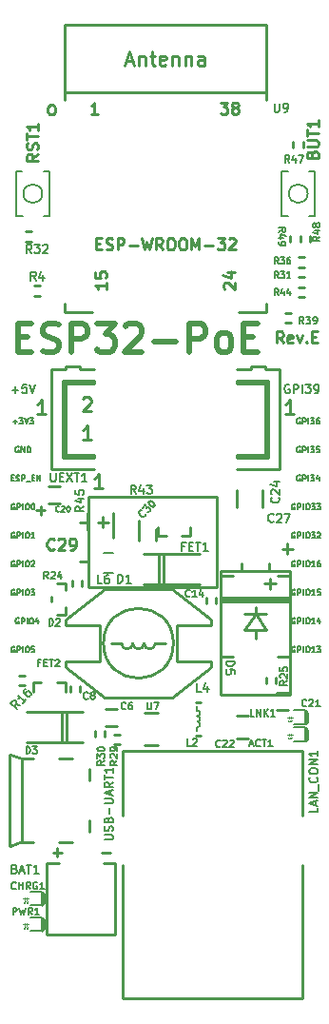
<source format=gbr>
G04 #@! TF.GenerationSoftware,KiCad,Pcbnew,5.99.0-unknown-d20d310~100~ubuntu18.04.1*
G04 #@! TF.CreationDate,2019-12-17T15:54:16+02:00*
G04 #@! TF.ProjectId,ESP32-PoE_Rev_E,45535033-322d-4506-9f45-5f5265765f45,E*
G04 #@! TF.SameCoordinates,Original*
G04 #@! TF.FileFunction,Legend,Top*
G04 #@! TF.FilePolarity,Positive*
%FSLAX46Y46*%
G04 Gerber Fmt 4.6, Leading zero omitted, Abs format (unit mm)*
G04 Created by KiCad (PCBNEW 5.99.0-unknown-d20d310~100~ubuntu18.04.1) date 2019-12-17 15:54:16*
%MOMM*%
%LPD*%
G04 APERTURE LIST*
%ADD10C,0.254000*%
%ADD11C,0.190500*%
%ADD12C,0.127000*%
%ADD13C,0.508000*%
%ADD14C,0.050000*%
%ADD15C,0.100000*%
%ADD16C,0.600000*%
%ADD17C,0.200000*%
%ADD18C,0.158750*%
%ADD19C,0.139700*%
G04 APERTURE END LIST*
D10*
X98533857Y-130495523D02*
X97808142Y-130495523D01*
X98171000Y-130495523D02*
X98171000Y-129225523D01*
X98050047Y-129406952D01*
X97929095Y-129527904D01*
X97808142Y-129588380D01*
D11*
X115179928Y-121285000D02*
X115107357Y-121248714D01*
X114998500Y-121248714D01*
X114889642Y-121285000D01*
X114817071Y-121357571D01*
X114780785Y-121430142D01*
X114744500Y-121575285D01*
X114744500Y-121684142D01*
X114780785Y-121829285D01*
X114817071Y-121901857D01*
X114889642Y-121974428D01*
X114998500Y-122010714D01*
X115071071Y-122010714D01*
X115179928Y-121974428D01*
X115216214Y-121938142D01*
X115216214Y-121684142D01*
X115071071Y-121684142D01*
X115542785Y-122010714D02*
X115542785Y-121248714D01*
X115833071Y-121248714D01*
X115905642Y-121285000D01*
X115941928Y-121321285D01*
X115978214Y-121393857D01*
X115978214Y-121502714D01*
X115941928Y-121575285D01*
X115905642Y-121611571D01*
X115833071Y-121647857D01*
X115542785Y-121647857D01*
X116304785Y-122010714D02*
X116304785Y-121248714D01*
X116595071Y-121248714D02*
X117066785Y-121248714D01*
X116812785Y-121539000D01*
X116921642Y-121539000D01*
X116994214Y-121575285D01*
X117030500Y-121611571D01*
X117066785Y-121684142D01*
X117066785Y-121865571D01*
X117030500Y-121938142D01*
X116994214Y-121974428D01*
X116921642Y-122010714D01*
X116703928Y-122010714D01*
X116631357Y-121974428D01*
X116595071Y-121938142D01*
X117429642Y-122010714D02*
X117574785Y-122010714D01*
X117647357Y-121974428D01*
X117683642Y-121938142D01*
X117756214Y-121829285D01*
X117792500Y-121684142D01*
X117792500Y-121393857D01*
X117756214Y-121321285D01*
X117719928Y-121285000D01*
X117647357Y-121248714D01*
X117502214Y-121248714D01*
X117429642Y-121285000D01*
X117393357Y-121321285D01*
X117357071Y-121393857D01*
X117357071Y-121575285D01*
X117393357Y-121647857D01*
X117429642Y-121684142D01*
X117502214Y-121720428D01*
X117647357Y-121720428D01*
X117719928Y-121684142D01*
X117756214Y-121647857D01*
X117792500Y-121575285D01*
D12*
X116114285Y-124269500D02*
X116065904Y-124245309D01*
X115993333Y-124245309D01*
X115920761Y-124269500D01*
X115872380Y-124317880D01*
X115848190Y-124366261D01*
X115824000Y-124463023D01*
X115824000Y-124535595D01*
X115848190Y-124632357D01*
X115872380Y-124680738D01*
X115920761Y-124729119D01*
X115993333Y-124753309D01*
X116041714Y-124753309D01*
X116114285Y-124729119D01*
X116138476Y-124704928D01*
X116138476Y-124535595D01*
X116041714Y-124535595D01*
X116356190Y-124753309D02*
X116356190Y-124245309D01*
X116549714Y-124245309D01*
X116598095Y-124269500D01*
X116622285Y-124293690D01*
X116646476Y-124342071D01*
X116646476Y-124414642D01*
X116622285Y-124463023D01*
X116598095Y-124487214D01*
X116549714Y-124511404D01*
X116356190Y-124511404D01*
X116864190Y-124753309D02*
X116864190Y-124245309D01*
X117057714Y-124245309D02*
X117372190Y-124245309D01*
X117202857Y-124438833D01*
X117275428Y-124438833D01*
X117323809Y-124463023D01*
X117348000Y-124487214D01*
X117372190Y-124535595D01*
X117372190Y-124656547D01*
X117348000Y-124704928D01*
X117323809Y-124729119D01*
X117275428Y-124753309D01*
X117130285Y-124753309D01*
X117081904Y-124729119D01*
X117057714Y-124704928D01*
X117807619Y-124245309D02*
X117710857Y-124245309D01*
X117662476Y-124269500D01*
X117638285Y-124293690D01*
X117589904Y-124366261D01*
X117565714Y-124463023D01*
X117565714Y-124656547D01*
X117589904Y-124704928D01*
X117614095Y-124729119D01*
X117662476Y-124753309D01*
X117759238Y-124753309D01*
X117807619Y-124729119D01*
X117831809Y-124704928D01*
X117856000Y-124656547D01*
X117856000Y-124535595D01*
X117831809Y-124487214D01*
X117807619Y-124463023D01*
X117759238Y-124438833D01*
X117662476Y-124438833D01*
X117614095Y-124463023D01*
X117589904Y-124487214D01*
X117565714Y-124535595D01*
X116114285Y-126809500D02*
X116065904Y-126785309D01*
X115993333Y-126785309D01*
X115920761Y-126809500D01*
X115872380Y-126857880D01*
X115848190Y-126906261D01*
X115824000Y-127003023D01*
X115824000Y-127075595D01*
X115848190Y-127172357D01*
X115872380Y-127220738D01*
X115920761Y-127269119D01*
X115993333Y-127293309D01*
X116041714Y-127293309D01*
X116114285Y-127269119D01*
X116138476Y-127244928D01*
X116138476Y-127075595D01*
X116041714Y-127075595D01*
X116356190Y-127293309D02*
X116356190Y-126785309D01*
X116549714Y-126785309D01*
X116598095Y-126809500D01*
X116622285Y-126833690D01*
X116646476Y-126882071D01*
X116646476Y-126954642D01*
X116622285Y-127003023D01*
X116598095Y-127027214D01*
X116549714Y-127051404D01*
X116356190Y-127051404D01*
X116864190Y-127293309D02*
X116864190Y-126785309D01*
X117057714Y-126785309D02*
X117372190Y-126785309D01*
X117202857Y-126978833D01*
X117275428Y-126978833D01*
X117323809Y-127003023D01*
X117348000Y-127027214D01*
X117372190Y-127075595D01*
X117372190Y-127196547D01*
X117348000Y-127244928D01*
X117323809Y-127269119D01*
X117275428Y-127293309D01*
X117130285Y-127293309D01*
X117081904Y-127269119D01*
X117057714Y-127244928D01*
X117831809Y-126785309D02*
X117589904Y-126785309D01*
X117565714Y-127027214D01*
X117589904Y-127003023D01*
X117638285Y-126978833D01*
X117759238Y-126978833D01*
X117807619Y-127003023D01*
X117831809Y-127027214D01*
X117856000Y-127075595D01*
X117856000Y-127196547D01*
X117831809Y-127244928D01*
X117807619Y-127269119D01*
X117759238Y-127293309D01*
X117638285Y-127293309D01*
X117589904Y-127269119D01*
X117565714Y-127244928D01*
X116114285Y-129349500D02*
X116065904Y-129325309D01*
X115993333Y-129325309D01*
X115920761Y-129349500D01*
X115872380Y-129397880D01*
X115848190Y-129446261D01*
X115824000Y-129543023D01*
X115824000Y-129615595D01*
X115848190Y-129712357D01*
X115872380Y-129760738D01*
X115920761Y-129809119D01*
X115993333Y-129833309D01*
X116041714Y-129833309D01*
X116114285Y-129809119D01*
X116138476Y-129784928D01*
X116138476Y-129615595D01*
X116041714Y-129615595D01*
X116356190Y-129833309D02*
X116356190Y-129325309D01*
X116549714Y-129325309D01*
X116598095Y-129349500D01*
X116622285Y-129373690D01*
X116646476Y-129422071D01*
X116646476Y-129494642D01*
X116622285Y-129543023D01*
X116598095Y-129567214D01*
X116549714Y-129591404D01*
X116356190Y-129591404D01*
X116864190Y-129833309D02*
X116864190Y-129325309D01*
X117057714Y-129325309D02*
X117372190Y-129325309D01*
X117202857Y-129518833D01*
X117275428Y-129518833D01*
X117323809Y-129543023D01*
X117348000Y-129567214D01*
X117372190Y-129615595D01*
X117372190Y-129736547D01*
X117348000Y-129784928D01*
X117323809Y-129809119D01*
X117275428Y-129833309D01*
X117130285Y-129833309D01*
X117081904Y-129809119D01*
X117057714Y-129784928D01*
X117807619Y-129494642D02*
X117807619Y-129833309D01*
X117686666Y-129301119D02*
X117565714Y-129663976D01*
X117880190Y-129663976D01*
X115657690Y-131889500D02*
X115609309Y-131865309D01*
X115536738Y-131865309D01*
X115464166Y-131889500D01*
X115415785Y-131937880D01*
X115391595Y-131986261D01*
X115367404Y-132083023D01*
X115367404Y-132155595D01*
X115391595Y-132252357D01*
X115415785Y-132300738D01*
X115464166Y-132349119D01*
X115536738Y-132373309D01*
X115585119Y-132373309D01*
X115657690Y-132349119D01*
X115681880Y-132324928D01*
X115681880Y-132155595D01*
X115585119Y-132155595D01*
X115899595Y-132373309D02*
X115899595Y-131865309D01*
X116093119Y-131865309D01*
X116141500Y-131889500D01*
X116165690Y-131913690D01*
X116189880Y-131962071D01*
X116189880Y-132034642D01*
X116165690Y-132083023D01*
X116141500Y-132107214D01*
X116093119Y-132131404D01*
X115899595Y-132131404D01*
X116407595Y-132373309D02*
X116407595Y-131865309D01*
X116746261Y-131865309D02*
X116843023Y-131865309D01*
X116891404Y-131889500D01*
X116939785Y-131937880D01*
X116963976Y-132034642D01*
X116963976Y-132203976D01*
X116939785Y-132300738D01*
X116891404Y-132349119D01*
X116843023Y-132373309D01*
X116746261Y-132373309D01*
X116697880Y-132349119D01*
X116649500Y-132300738D01*
X116625309Y-132203976D01*
X116625309Y-132034642D01*
X116649500Y-131937880D01*
X116697880Y-131889500D01*
X116746261Y-131865309D01*
X117133309Y-131865309D02*
X117447785Y-131865309D01*
X117278452Y-132058833D01*
X117351023Y-132058833D01*
X117399404Y-132083023D01*
X117423595Y-132107214D01*
X117447785Y-132155595D01*
X117447785Y-132276547D01*
X117423595Y-132324928D01*
X117399404Y-132349119D01*
X117351023Y-132373309D01*
X117205880Y-132373309D01*
X117157500Y-132349119D01*
X117133309Y-132324928D01*
X117617119Y-131865309D02*
X117931595Y-131865309D01*
X117762261Y-132058833D01*
X117834833Y-132058833D01*
X117883214Y-132083023D01*
X117907404Y-132107214D01*
X117931595Y-132155595D01*
X117931595Y-132276547D01*
X117907404Y-132324928D01*
X117883214Y-132349119D01*
X117834833Y-132373309D01*
X117689690Y-132373309D01*
X117641309Y-132349119D01*
X117617119Y-132324928D01*
X115657690Y-134429500D02*
X115609309Y-134405309D01*
X115536738Y-134405309D01*
X115464166Y-134429500D01*
X115415785Y-134477880D01*
X115391595Y-134526261D01*
X115367404Y-134623023D01*
X115367404Y-134695595D01*
X115391595Y-134792357D01*
X115415785Y-134840738D01*
X115464166Y-134889119D01*
X115536738Y-134913309D01*
X115585119Y-134913309D01*
X115657690Y-134889119D01*
X115681880Y-134864928D01*
X115681880Y-134695595D01*
X115585119Y-134695595D01*
X115899595Y-134913309D02*
X115899595Y-134405309D01*
X116093119Y-134405309D01*
X116141500Y-134429500D01*
X116165690Y-134453690D01*
X116189880Y-134502071D01*
X116189880Y-134574642D01*
X116165690Y-134623023D01*
X116141500Y-134647214D01*
X116093119Y-134671404D01*
X115899595Y-134671404D01*
X116407595Y-134913309D02*
X116407595Y-134405309D01*
X116746261Y-134405309D02*
X116843023Y-134405309D01*
X116891404Y-134429500D01*
X116939785Y-134477880D01*
X116963976Y-134574642D01*
X116963976Y-134743976D01*
X116939785Y-134840738D01*
X116891404Y-134889119D01*
X116843023Y-134913309D01*
X116746261Y-134913309D01*
X116697880Y-134889119D01*
X116649500Y-134840738D01*
X116625309Y-134743976D01*
X116625309Y-134574642D01*
X116649500Y-134477880D01*
X116697880Y-134429500D01*
X116746261Y-134405309D01*
X117133309Y-134405309D02*
X117447785Y-134405309D01*
X117278452Y-134598833D01*
X117351023Y-134598833D01*
X117399404Y-134623023D01*
X117423595Y-134647214D01*
X117447785Y-134695595D01*
X117447785Y-134816547D01*
X117423595Y-134864928D01*
X117399404Y-134889119D01*
X117351023Y-134913309D01*
X117205880Y-134913309D01*
X117157500Y-134889119D01*
X117133309Y-134864928D01*
X117641309Y-134453690D02*
X117665500Y-134429500D01*
X117713880Y-134405309D01*
X117834833Y-134405309D01*
X117883214Y-134429500D01*
X117907404Y-134453690D01*
X117931595Y-134502071D01*
X117931595Y-134550452D01*
X117907404Y-134623023D01*
X117617119Y-134913309D01*
X117931595Y-134913309D01*
X115657690Y-136969500D02*
X115609309Y-136945309D01*
X115536738Y-136945309D01*
X115464166Y-136969500D01*
X115415785Y-137017880D01*
X115391595Y-137066261D01*
X115367404Y-137163023D01*
X115367404Y-137235595D01*
X115391595Y-137332357D01*
X115415785Y-137380738D01*
X115464166Y-137429119D01*
X115536738Y-137453309D01*
X115585119Y-137453309D01*
X115657690Y-137429119D01*
X115681880Y-137404928D01*
X115681880Y-137235595D01*
X115585119Y-137235595D01*
X115899595Y-137453309D02*
X115899595Y-136945309D01*
X116093119Y-136945309D01*
X116141500Y-136969500D01*
X116165690Y-136993690D01*
X116189880Y-137042071D01*
X116189880Y-137114642D01*
X116165690Y-137163023D01*
X116141500Y-137187214D01*
X116093119Y-137211404D01*
X115899595Y-137211404D01*
X116407595Y-137453309D02*
X116407595Y-136945309D01*
X116746261Y-136945309D02*
X116843023Y-136945309D01*
X116891404Y-136969500D01*
X116939785Y-137017880D01*
X116963976Y-137114642D01*
X116963976Y-137283976D01*
X116939785Y-137380738D01*
X116891404Y-137429119D01*
X116843023Y-137453309D01*
X116746261Y-137453309D01*
X116697880Y-137429119D01*
X116649500Y-137380738D01*
X116625309Y-137283976D01*
X116625309Y-137114642D01*
X116649500Y-137017880D01*
X116697880Y-136969500D01*
X116746261Y-136945309D01*
X117447785Y-137453309D02*
X117157500Y-137453309D01*
X117302642Y-137453309D02*
X117302642Y-136945309D01*
X117254261Y-137017880D01*
X117205880Y-137066261D01*
X117157500Y-137090452D01*
X117883214Y-136945309D02*
X117786452Y-136945309D01*
X117738071Y-136969500D01*
X117713880Y-136993690D01*
X117665500Y-137066261D01*
X117641309Y-137163023D01*
X117641309Y-137356547D01*
X117665500Y-137404928D01*
X117689690Y-137429119D01*
X117738071Y-137453309D01*
X117834833Y-137453309D01*
X117883214Y-137429119D01*
X117907404Y-137404928D01*
X117931595Y-137356547D01*
X117931595Y-137235595D01*
X117907404Y-137187214D01*
X117883214Y-137163023D01*
X117834833Y-137138833D01*
X117738071Y-137138833D01*
X117689690Y-137163023D01*
X117665500Y-137187214D01*
X117641309Y-137235595D01*
X115657690Y-139509500D02*
X115609309Y-139485309D01*
X115536738Y-139485309D01*
X115464166Y-139509500D01*
X115415785Y-139557880D01*
X115391595Y-139606261D01*
X115367404Y-139703023D01*
X115367404Y-139775595D01*
X115391595Y-139872357D01*
X115415785Y-139920738D01*
X115464166Y-139969119D01*
X115536738Y-139993309D01*
X115585119Y-139993309D01*
X115657690Y-139969119D01*
X115681880Y-139944928D01*
X115681880Y-139775595D01*
X115585119Y-139775595D01*
X115899595Y-139993309D02*
X115899595Y-139485309D01*
X116093119Y-139485309D01*
X116141500Y-139509500D01*
X116165690Y-139533690D01*
X116189880Y-139582071D01*
X116189880Y-139654642D01*
X116165690Y-139703023D01*
X116141500Y-139727214D01*
X116093119Y-139751404D01*
X115899595Y-139751404D01*
X116407595Y-139993309D02*
X116407595Y-139485309D01*
X116746261Y-139485309D02*
X116843023Y-139485309D01*
X116891404Y-139509500D01*
X116939785Y-139557880D01*
X116963976Y-139654642D01*
X116963976Y-139823976D01*
X116939785Y-139920738D01*
X116891404Y-139969119D01*
X116843023Y-139993309D01*
X116746261Y-139993309D01*
X116697880Y-139969119D01*
X116649500Y-139920738D01*
X116625309Y-139823976D01*
X116625309Y-139654642D01*
X116649500Y-139557880D01*
X116697880Y-139509500D01*
X116746261Y-139485309D01*
X117447785Y-139993309D02*
X117157500Y-139993309D01*
X117302642Y-139993309D02*
X117302642Y-139485309D01*
X117254261Y-139557880D01*
X117205880Y-139606261D01*
X117157500Y-139630452D01*
X117907404Y-139485309D02*
X117665500Y-139485309D01*
X117641309Y-139727214D01*
X117665500Y-139703023D01*
X117713880Y-139678833D01*
X117834833Y-139678833D01*
X117883214Y-139703023D01*
X117907404Y-139727214D01*
X117931595Y-139775595D01*
X117931595Y-139896547D01*
X117907404Y-139944928D01*
X117883214Y-139969119D01*
X117834833Y-139993309D01*
X117713880Y-139993309D01*
X117665500Y-139969119D01*
X117641309Y-139944928D01*
X115657690Y-142049500D02*
X115609309Y-142025309D01*
X115536738Y-142025309D01*
X115464166Y-142049500D01*
X115415785Y-142097880D01*
X115391595Y-142146261D01*
X115367404Y-142243023D01*
X115367404Y-142315595D01*
X115391595Y-142412357D01*
X115415785Y-142460738D01*
X115464166Y-142509119D01*
X115536738Y-142533309D01*
X115585119Y-142533309D01*
X115657690Y-142509119D01*
X115681880Y-142484928D01*
X115681880Y-142315595D01*
X115585119Y-142315595D01*
X115899595Y-142533309D02*
X115899595Y-142025309D01*
X116093119Y-142025309D01*
X116141500Y-142049500D01*
X116165690Y-142073690D01*
X116189880Y-142122071D01*
X116189880Y-142194642D01*
X116165690Y-142243023D01*
X116141500Y-142267214D01*
X116093119Y-142291404D01*
X115899595Y-142291404D01*
X116407595Y-142533309D02*
X116407595Y-142025309D01*
X116746261Y-142025309D02*
X116843023Y-142025309D01*
X116891404Y-142049500D01*
X116939785Y-142097880D01*
X116963976Y-142194642D01*
X116963976Y-142363976D01*
X116939785Y-142460738D01*
X116891404Y-142509119D01*
X116843023Y-142533309D01*
X116746261Y-142533309D01*
X116697880Y-142509119D01*
X116649500Y-142460738D01*
X116625309Y-142363976D01*
X116625309Y-142194642D01*
X116649500Y-142097880D01*
X116697880Y-142049500D01*
X116746261Y-142025309D01*
X117447785Y-142533309D02*
X117157500Y-142533309D01*
X117302642Y-142533309D02*
X117302642Y-142025309D01*
X117254261Y-142097880D01*
X117205880Y-142146261D01*
X117157500Y-142170452D01*
X117883214Y-142194642D02*
X117883214Y-142533309D01*
X117762261Y-142001119D02*
X117641309Y-142363976D01*
X117955785Y-142363976D01*
X115657690Y-144589500D02*
X115609309Y-144565309D01*
X115536738Y-144565309D01*
X115464166Y-144589500D01*
X115415785Y-144637880D01*
X115391595Y-144686261D01*
X115367404Y-144783023D01*
X115367404Y-144855595D01*
X115391595Y-144952357D01*
X115415785Y-145000738D01*
X115464166Y-145049119D01*
X115536738Y-145073309D01*
X115585119Y-145073309D01*
X115657690Y-145049119D01*
X115681880Y-145024928D01*
X115681880Y-144855595D01*
X115585119Y-144855595D01*
X115899595Y-145073309D02*
X115899595Y-144565309D01*
X116093119Y-144565309D01*
X116141500Y-144589500D01*
X116165690Y-144613690D01*
X116189880Y-144662071D01*
X116189880Y-144734642D01*
X116165690Y-144783023D01*
X116141500Y-144807214D01*
X116093119Y-144831404D01*
X115899595Y-144831404D01*
X116407595Y-145073309D02*
X116407595Y-144565309D01*
X116746261Y-144565309D02*
X116843023Y-144565309D01*
X116891404Y-144589500D01*
X116939785Y-144637880D01*
X116963976Y-144734642D01*
X116963976Y-144903976D01*
X116939785Y-145000738D01*
X116891404Y-145049119D01*
X116843023Y-145073309D01*
X116746261Y-145073309D01*
X116697880Y-145049119D01*
X116649500Y-145000738D01*
X116625309Y-144903976D01*
X116625309Y-144734642D01*
X116649500Y-144637880D01*
X116697880Y-144589500D01*
X116746261Y-144565309D01*
X117447785Y-145073309D02*
X117157500Y-145073309D01*
X117302642Y-145073309D02*
X117302642Y-144565309D01*
X117254261Y-144637880D01*
X117205880Y-144686261D01*
X117157500Y-144710452D01*
X117617119Y-144565309D02*
X117931595Y-144565309D01*
X117762261Y-144758833D01*
X117834833Y-144758833D01*
X117883214Y-144783023D01*
X117907404Y-144807214D01*
X117931595Y-144855595D01*
X117931595Y-144976547D01*
X117907404Y-145024928D01*
X117883214Y-145049119D01*
X117834833Y-145073309D01*
X117689690Y-145073309D01*
X117641309Y-145049119D01*
X117617119Y-145024928D01*
X90690095Y-144589500D02*
X90641714Y-144565309D01*
X90569142Y-144565309D01*
X90496571Y-144589500D01*
X90448190Y-144637880D01*
X90424000Y-144686261D01*
X90399809Y-144783023D01*
X90399809Y-144855595D01*
X90424000Y-144952357D01*
X90448190Y-145000738D01*
X90496571Y-145049119D01*
X90569142Y-145073309D01*
X90617523Y-145073309D01*
X90690095Y-145049119D01*
X90714285Y-145024928D01*
X90714285Y-144855595D01*
X90617523Y-144855595D01*
X90932000Y-145073309D02*
X90932000Y-144565309D01*
X91125523Y-144565309D01*
X91173904Y-144589500D01*
X91198095Y-144613690D01*
X91222285Y-144662071D01*
X91222285Y-144734642D01*
X91198095Y-144783023D01*
X91173904Y-144807214D01*
X91125523Y-144831404D01*
X90932000Y-144831404D01*
X91440000Y-145073309D02*
X91440000Y-144565309D01*
X91778666Y-144565309D02*
X91875428Y-144565309D01*
X91923809Y-144589500D01*
X91972190Y-144637880D01*
X91996380Y-144734642D01*
X91996380Y-144903976D01*
X91972190Y-145000738D01*
X91923809Y-145049119D01*
X91875428Y-145073309D01*
X91778666Y-145073309D01*
X91730285Y-145049119D01*
X91681904Y-145000738D01*
X91657714Y-144903976D01*
X91657714Y-144734642D01*
X91681904Y-144637880D01*
X91730285Y-144589500D01*
X91778666Y-144565309D01*
X92456000Y-144565309D02*
X92214095Y-144565309D01*
X92189904Y-144807214D01*
X92214095Y-144783023D01*
X92262476Y-144758833D01*
X92383428Y-144758833D01*
X92431809Y-144783023D01*
X92456000Y-144807214D01*
X92480190Y-144855595D01*
X92480190Y-144976547D01*
X92456000Y-145024928D01*
X92431809Y-145049119D01*
X92383428Y-145073309D01*
X92262476Y-145073309D01*
X92214095Y-145049119D01*
X92189904Y-145024928D01*
X91071095Y-142049500D02*
X91022714Y-142025309D01*
X90950142Y-142025309D01*
X90877571Y-142049500D01*
X90829190Y-142097880D01*
X90805000Y-142146261D01*
X90780809Y-142243023D01*
X90780809Y-142315595D01*
X90805000Y-142412357D01*
X90829190Y-142460738D01*
X90877571Y-142509119D01*
X90950142Y-142533309D01*
X90998523Y-142533309D01*
X91071095Y-142509119D01*
X91095285Y-142484928D01*
X91095285Y-142315595D01*
X90998523Y-142315595D01*
X91313000Y-142533309D02*
X91313000Y-142025309D01*
X91506523Y-142025309D01*
X91554904Y-142049500D01*
X91579095Y-142073690D01*
X91603285Y-142122071D01*
X91603285Y-142194642D01*
X91579095Y-142243023D01*
X91554904Y-142267214D01*
X91506523Y-142291404D01*
X91313000Y-142291404D01*
X91821000Y-142533309D02*
X91821000Y-142025309D01*
X92159666Y-142025309D02*
X92256428Y-142025309D01*
X92304809Y-142049500D01*
X92353190Y-142097880D01*
X92377380Y-142194642D01*
X92377380Y-142363976D01*
X92353190Y-142460738D01*
X92304809Y-142509119D01*
X92256428Y-142533309D01*
X92159666Y-142533309D01*
X92111285Y-142509119D01*
X92062904Y-142460738D01*
X92038714Y-142363976D01*
X92038714Y-142194642D01*
X92062904Y-142097880D01*
X92111285Y-142049500D01*
X92159666Y-142025309D01*
X92812809Y-142194642D02*
X92812809Y-142533309D01*
X92691857Y-142001119D02*
X92570904Y-142363976D01*
X92885380Y-142363976D01*
X90690095Y-139509500D02*
X90641714Y-139485309D01*
X90569142Y-139485309D01*
X90496571Y-139509500D01*
X90448190Y-139557880D01*
X90424000Y-139606261D01*
X90399809Y-139703023D01*
X90399809Y-139775595D01*
X90424000Y-139872357D01*
X90448190Y-139920738D01*
X90496571Y-139969119D01*
X90569142Y-139993309D01*
X90617523Y-139993309D01*
X90690095Y-139969119D01*
X90714285Y-139944928D01*
X90714285Y-139775595D01*
X90617523Y-139775595D01*
X90932000Y-139993309D02*
X90932000Y-139485309D01*
X91125523Y-139485309D01*
X91173904Y-139509500D01*
X91198095Y-139533690D01*
X91222285Y-139582071D01*
X91222285Y-139654642D01*
X91198095Y-139703023D01*
X91173904Y-139727214D01*
X91125523Y-139751404D01*
X90932000Y-139751404D01*
X91440000Y-139993309D02*
X91440000Y-139485309D01*
X91778666Y-139485309D02*
X91875428Y-139485309D01*
X91923809Y-139509500D01*
X91972190Y-139557880D01*
X91996380Y-139654642D01*
X91996380Y-139823976D01*
X91972190Y-139920738D01*
X91923809Y-139969119D01*
X91875428Y-139993309D01*
X91778666Y-139993309D01*
X91730285Y-139969119D01*
X91681904Y-139920738D01*
X91657714Y-139823976D01*
X91657714Y-139654642D01*
X91681904Y-139557880D01*
X91730285Y-139509500D01*
X91778666Y-139485309D01*
X92165714Y-139485309D02*
X92480190Y-139485309D01*
X92310857Y-139678833D01*
X92383428Y-139678833D01*
X92431809Y-139703023D01*
X92456000Y-139727214D01*
X92480190Y-139775595D01*
X92480190Y-139896547D01*
X92456000Y-139944928D01*
X92431809Y-139969119D01*
X92383428Y-139993309D01*
X92238285Y-139993309D01*
X92189904Y-139969119D01*
X92165714Y-139944928D01*
X90690095Y-136969500D02*
X90641714Y-136945309D01*
X90569142Y-136945309D01*
X90496571Y-136969500D01*
X90448190Y-137017880D01*
X90424000Y-137066261D01*
X90399809Y-137163023D01*
X90399809Y-137235595D01*
X90424000Y-137332357D01*
X90448190Y-137380738D01*
X90496571Y-137429119D01*
X90569142Y-137453309D01*
X90617523Y-137453309D01*
X90690095Y-137429119D01*
X90714285Y-137404928D01*
X90714285Y-137235595D01*
X90617523Y-137235595D01*
X90932000Y-137453309D02*
X90932000Y-136945309D01*
X91125523Y-136945309D01*
X91173904Y-136969500D01*
X91198095Y-136993690D01*
X91222285Y-137042071D01*
X91222285Y-137114642D01*
X91198095Y-137163023D01*
X91173904Y-137187214D01*
X91125523Y-137211404D01*
X90932000Y-137211404D01*
X91440000Y-137453309D02*
X91440000Y-136945309D01*
X91778666Y-136945309D02*
X91875428Y-136945309D01*
X91923809Y-136969500D01*
X91972190Y-137017880D01*
X91996380Y-137114642D01*
X91996380Y-137283976D01*
X91972190Y-137380738D01*
X91923809Y-137429119D01*
X91875428Y-137453309D01*
X91778666Y-137453309D01*
X91730285Y-137429119D01*
X91681904Y-137380738D01*
X91657714Y-137283976D01*
X91657714Y-137114642D01*
X91681904Y-137017880D01*
X91730285Y-136969500D01*
X91778666Y-136945309D01*
X92189904Y-136993690D02*
X92214095Y-136969500D01*
X92262476Y-136945309D01*
X92383428Y-136945309D01*
X92431809Y-136969500D01*
X92456000Y-136993690D01*
X92480190Y-137042071D01*
X92480190Y-137090452D01*
X92456000Y-137163023D01*
X92165714Y-137453309D01*
X92480190Y-137453309D01*
X90690095Y-134429500D02*
X90641714Y-134405309D01*
X90569142Y-134405309D01*
X90496571Y-134429500D01*
X90448190Y-134477880D01*
X90424000Y-134526261D01*
X90399809Y-134623023D01*
X90399809Y-134695595D01*
X90424000Y-134792357D01*
X90448190Y-134840738D01*
X90496571Y-134889119D01*
X90569142Y-134913309D01*
X90617523Y-134913309D01*
X90690095Y-134889119D01*
X90714285Y-134864928D01*
X90714285Y-134695595D01*
X90617523Y-134695595D01*
X90932000Y-134913309D02*
X90932000Y-134405309D01*
X91125523Y-134405309D01*
X91173904Y-134429500D01*
X91198095Y-134453690D01*
X91222285Y-134502071D01*
X91222285Y-134574642D01*
X91198095Y-134623023D01*
X91173904Y-134647214D01*
X91125523Y-134671404D01*
X90932000Y-134671404D01*
X91440000Y-134913309D02*
X91440000Y-134405309D01*
X91778666Y-134405309D02*
X91875428Y-134405309D01*
X91923809Y-134429500D01*
X91972190Y-134477880D01*
X91996380Y-134574642D01*
X91996380Y-134743976D01*
X91972190Y-134840738D01*
X91923809Y-134889119D01*
X91875428Y-134913309D01*
X91778666Y-134913309D01*
X91730285Y-134889119D01*
X91681904Y-134840738D01*
X91657714Y-134743976D01*
X91657714Y-134574642D01*
X91681904Y-134477880D01*
X91730285Y-134429500D01*
X91778666Y-134405309D01*
X92480190Y-134913309D02*
X92189904Y-134913309D01*
X92335047Y-134913309D02*
X92335047Y-134405309D01*
X92286666Y-134477880D01*
X92238285Y-134526261D01*
X92189904Y-134550452D01*
X90690095Y-131889500D02*
X90641714Y-131865309D01*
X90569142Y-131865309D01*
X90496571Y-131889500D01*
X90448190Y-131937880D01*
X90424000Y-131986261D01*
X90399809Y-132083023D01*
X90399809Y-132155595D01*
X90424000Y-132252357D01*
X90448190Y-132300738D01*
X90496571Y-132349119D01*
X90569142Y-132373309D01*
X90617523Y-132373309D01*
X90690095Y-132349119D01*
X90714285Y-132324928D01*
X90714285Y-132155595D01*
X90617523Y-132155595D01*
X90932000Y-132373309D02*
X90932000Y-131865309D01*
X91125523Y-131865309D01*
X91173904Y-131889500D01*
X91198095Y-131913690D01*
X91222285Y-131962071D01*
X91222285Y-132034642D01*
X91198095Y-132083023D01*
X91173904Y-132107214D01*
X91125523Y-132131404D01*
X90932000Y-132131404D01*
X91440000Y-132373309D02*
X91440000Y-131865309D01*
X91778666Y-131865309D02*
X91875428Y-131865309D01*
X91923809Y-131889500D01*
X91972190Y-131937880D01*
X91996380Y-132034642D01*
X91996380Y-132203976D01*
X91972190Y-132300738D01*
X91923809Y-132349119D01*
X91875428Y-132373309D01*
X91778666Y-132373309D01*
X91730285Y-132349119D01*
X91681904Y-132300738D01*
X91657714Y-132203976D01*
X91657714Y-132034642D01*
X91681904Y-131937880D01*
X91730285Y-131889500D01*
X91778666Y-131865309D01*
X92310857Y-131865309D02*
X92359238Y-131865309D01*
X92407619Y-131889500D01*
X92431809Y-131913690D01*
X92456000Y-131962071D01*
X92480190Y-132058833D01*
X92480190Y-132179785D01*
X92456000Y-132276547D01*
X92431809Y-132324928D01*
X92407619Y-132349119D01*
X92359238Y-132373309D01*
X92310857Y-132373309D01*
X92262476Y-132349119D01*
X92238285Y-132324928D01*
X92214095Y-132276547D01*
X92189904Y-132179785D01*
X92189904Y-132058833D01*
X92214095Y-131962071D01*
X92238285Y-131913690D01*
X92262476Y-131889500D01*
X92310857Y-131865309D01*
X90399809Y-129567214D02*
X90569142Y-129567214D01*
X90641714Y-129833309D02*
X90399809Y-129833309D01*
X90399809Y-129325309D01*
X90641714Y-129325309D01*
X90835238Y-129809119D02*
X90907809Y-129833309D01*
X91028761Y-129833309D01*
X91077142Y-129809119D01*
X91101333Y-129784928D01*
X91125523Y-129736547D01*
X91125523Y-129688166D01*
X91101333Y-129639785D01*
X91077142Y-129615595D01*
X91028761Y-129591404D01*
X90932000Y-129567214D01*
X90883619Y-129543023D01*
X90859428Y-129518833D01*
X90835238Y-129470452D01*
X90835238Y-129422071D01*
X90859428Y-129373690D01*
X90883619Y-129349500D01*
X90932000Y-129325309D01*
X91052952Y-129325309D01*
X91125523Y-129349500D01*
X91343238Y-129833309D02*
X91343238Y-129325309D01*
X91536761Y-129325309D01*
X91585142Y-129349500D01*
X91609333Y-129373690D01*
X91633523Y-129422071D01*
X91633523Y-129494642D01*
X91609333Y-129543023D01*
X91585142Y-129567214D01*
X91536761Y-129591404D01*
X91343238Y-129591404D01*
X91730285Y-129881690D02*
X92117333Y-129881690D01*
X92238285Y-129567214D02*
X92407619Y-129567214D01*
X92480190Y-129833309D02*
X92238285Y-129833309D01*
X92238285Y-129325309D01*
X92480190Y-129325309D01*
X92697904Y-129833309D02*
X92697904Y-129325309D01*
X92988190Y-129833309D01*
X92988190Y-129325309D01*
X91052952Y-126809500D02*
X91004571Y-126785309D01*
X90932000Y-126785309D01*
X90859428Y-126809500D01*
X90811047Y-126857880D01*
X90786857Y-126906261D01*
X90762666Y-127003023D01*
X90762666Y-127075595D01*
X90786857Y-127172357D01*
X90811047Y-127220738D01*
X90859428Y-127269119D01*
X90932000Y-127293309D01*
X90980380Y-127293309D01*
X91052952Y-127269119D01*
X91077142Y-127244928D01*
X91077142Y-127075595D01*
X90980380Y-127075595D01*
X91294857Y-127293309D02*
X91294857Y-126785309D01*
X91585142Y-127293309D01*
X91585142Y-126785309D01*
X91827047Y-127293309D02*
X91827047Y-126785309D01*
X91948000Y-126785309D01*
X92020571Y-126809500D01*
X92068952Y-126857880D01*
X92093142Y-126906261D01*
X92117333Y-127003023D01*
X92117333Y-127075595D01*
X92093142Y-127172357D01*
X92068952Y-127220738D01*
X92020571Y-127269119D01*
X91948000Y-127293309D01*
X91827047Y-127293309D01*
X90544952Y-124559785D02*
X90932000Y-124559785D01*
X90738476Y-124753309D02*
X90738476Y-124366261D01*
X91125523Y-124245309D02*
X91440000Y-124245309D01*
X91270666Y-124438833D01*
X91343238Y-124438833D01*
X91391619Y-124463023D01*
X91415809Y-124487214D01*
X91440000Y-124535595D01*
X91440000Y-124656547D01*
X91415809Y-124704928D01*
X91391619Y-124729119D01*
X91343238Y-124753309D01*
X91198095Y-124753309D01*
X91149714Y-124729119D01*
X91125523Y-124704928D01*
X91585142Y-124245309D02*
X91754476Y-124753309D01*
X91923809Y-124245309D01*
X92044761Y-124245309D02*
X92359238Y-124245309D01*
X92189904Y-124438833D01*
X92262476Y-124438833D01*
X92310857Y-124463023D01*
X92335047Y-124487214D01*
X92359238Y-124535595D01*
X92359238Y-124656547D01*
X92335047Y-124704928D01*
X92310857Y-124729119D01*
X92262476Y-124753309D01*
X92117333Y-124753309D01*
X92068952Y-124729119D01*
X92044761Y-124704928D01*
D11*
X90460285Y-121720428D02*
X91040857Y-121720428D01*
X90750571Y-122010714D02*
X90750571Y-121430142D01*
X91766571Y-121248714D02*
X91403714Y-121248714D01*
X91367428Y-121611571D01*
X91403714Y-121575285D01*
X91476285Y-121539000D01*
X91657714Y-121539000D01*
X91730285Y-121575285D01*
X91766571Y-121611571D01*
X91802857Y-121684142D01*
X91802857Y-121865571D01*
X91766571Y-121938142D01*
X91730285Y-121974428D01*
X91657714Y-122010714D01*
X91476285Y-122010714D01*
X91403714Y-121974428D01*
X91367428Y-121938142D01*
X92020571Y-121248714D02*
X92274571Y-122010714D01*
X92528571Y-121248714D01*
D10*
X99193047Y-162931928D02*
X98418952Y-162931928D01*
X94497071Y-163264547D02*
X94497071Y-162490452D01*
X94884119Y-162877500D02*
X94110023Y-162877500D01*
X115551857Y-123891523D02*
X114826142Y-123891523D01*
X115189000Y-123891523D02*
X115189000Y-122621523D01*
X115068047Y-122802952D01*
X114947095Y-122923904D01*
X114826142Y-122984380D01*
X93453857Y-123891523D02*
X92728142Y-123891523D01*
X93091000Y-123891523D02*
X93091000Y-122621523D01*
X92970047Y-122802952D01*
X92849095Y-122923904D01*
X92728142Y-122984380D01*
D13*
X91016666Y-117039571D02*
X91863333Y-117039571D01*
X92226190Y-118370047D02*
X91016666Y-118370047D01*
X91016666Y-115830047D01*
X92226190Y-115830047D01*
X93193809Y-118249095D02*
X93556666Y-118370047D01*
X94161428Y-118370047D01*
X94403333Y-118249095D01*
X94524285Y-118128142D01*
X94645238Y-117886238D01*
X94645238Y-117644333D01*
X94524285Y-117402428D01*
X94403333Y-117281476D01*
X94161428Y-117160523D01*
X93677619Y-117039571D01*
X93435714Y-116918619D01*
X93314761Y-116797666D01*
X93193809Y-116555761D01*
X93193809Y-116313857D01*
X93314761Y-116071952D01*
X93435714Y-115951000D01*
X93677619Y-115830047D01*
X94282380Y-115830047D01*
X94645238Y-115951000D01*
X95733809Y-118370047D02*
X95733809Y-115830047D01*
X96701428Y-115830047D01*
X96943333Y-115951000D01*
X97064285Y-116071952D01*
X97185238Y-116313857D01*
X97185238Y-116676714D01*
X97064285Y-116918619D01*
X96943333Y-117039571D01*
X96701428Y-117160523D01*
X95733809Y-117160523D01*
X98031904Y-115830047D02*
X99604285Y-115830047D01*
X98757619Y-116797666D01*
X99120476Y-116797666D01*
X99362380Y-116918619D01*
X99483333Y-117039571D01*
X99604285Y-117281476D01*
X99604285Y-117886238D01*
X99483333Y-118128142D01*
X99362380Y-118249095D01*
X99120476Y-118370047D01*
X98394761Y-118370047D01*
X98152857Y-118249095D01*
X98031904Y-118128142D01*
X100571904Y-116071952D02*
X100692857Y-115951000D01*
X100934761Y-115830047D01*
X101539523Y-115830047D01*
X101781428Y-115951000D01*
X101902380Y-116071952D01*
X102023333Y-116313857D01*
X102023333Y-116555761D01*
X101902380Y-116918619D01*
X100450952Y-118370047D01*
X102023333Y-118370047D01*
X103111904Y-117402428D02*
X105047142Y-117402428D01*
X106256666Y-118370047D02*
X106256666Y-115830047D01*
X107224285Y-115830047D01*
X107466190Y-115951000D01*
X107587142Y-116071952D01*
X107708095Y-116313857D01*
X107708095Y-116676714D01*
X107587142Y-116918619D01*
X107466190Y-117039571D01*
X107224285Y-117160523D01*
X106256666Y-117160523D01*
X109159523Y-118370047D02*
X108917619Y-118249095D01*
X108796666Y-118128142D01*
X108675714Y-117886238D01*
X108675714Y-117160523D01*
X108796666Y-116918619D01*
X108917619Y-116797666D01*
X109159523Y-116676714D01*
X109522380Y-116676714D01*
X109764285Y-116797666D01*
X109885238Y-116918619D01*
X110006190Y-117160523D01*
X110006190Y-117886238D01*
X109885238Y-118128142D01*
X109764285Y-118249095D01*
X109522380Y-118370047D01*
X109159523Y-118370047D01*
X111094761Y-117039571D02*
X111941428Y-117039571D01*
X112304285Y-118370047D02*
X111094761Y-118370047D01*
X111094761Y-115830047D01*
X112304285Y-115830047D01*
D10*
X114614476Y-117553619D02*
X114275809Y-117069809D01*
X114033904Y-117553619D02*
X114033904Y-116537619D01*
X114420952Y-116537619D01*
X114517714Y-116586000D01*
X114566095Y-116634380D01*
X114614476Y-116731142D01*
X114614476Y-116876285D01*
X114566095Y-116973047D01*
X114517714Y-117021428D01*
X114420952Y-117069809D01*
X114033904Y-117069809D01*
X115436952Y-117505238D02*
X115340190Y-117553619D01*
X115146666Y-117553619D01*
X115049904Y-117505238D01*
X115001523Y-117408476D01*
X115001523Y-117021428D01*
X115049904Y-116924666D01*
X115146666Y-116876285D01*
X115340190Y-116876285D01*
X115436952Y-116924666D01*
X115485333Y-117021428D01*
X115485333Y-117118190D01*
X115001523Y-117214952D01*
X115824000Y-116876285D02*
X116065904Y-117553619D01*
X116307809Y-116876285D01*
X116694857Y-117456857D02*
X116743238Y-117505238D01*
X116694857Y-117553619D01*
X116646476Y-117505238D01*
X116694857Y-117456857D01*
X116694857Y-117553619D01*
X117178666Y-117021428D02*
X117517333Y-117021428D01*
X117662476Y-117553619D02*
X117178666Y-117553619D01*
X117178666Y-116537619D01*
X117662476Y-116537619D01*
X110490000Y-150749000D02*
X111506000Y-150749000D01*
X110490000Y-152781000D02*
X111506000Y-152781000D01*
X91313000Y-147129500D02*
X91059000Y-147129500D01*
X91313000Y-147129500D02*
X91567000Y-147129500D01*
X91313000Y-148018500D02*
X91567000Y-148018500D01*
X91313000Y-148018500D02*
X91059000Y-148018500D01*
X92710000Y-112458500D02*
X92456000Y-112458500D01*
X92710000Y-112458500D02*
X92964000Y-112458500D01*
X92710000Y-113347500D02*
X92964000Y-113347500D01*
X92710000Y-113347500D02*
X92456000Y-113347500D01*
X116586000Y-151358600D02*
X116586000Y-150317200D01*
X116751100Y-150431500D02*
X116751100Y-151257000D01*
X116598700Y-151396700D02*
X116738400Y-151269700D01*
X116598700Y-150304500D02*
X116751100Y-150431500D01*
D14*
X115159800Y-151100600D02*
X115029800Y-151210600D01*
X115019800Y-151230600D02*
X115099800Y-151220600D01*
X115019800Y-151230600D02*
X115019800Y-151150600D01*
X115235200Y-151230600D02*
X115235200Y-151150600D01*
X115235200Y-151230600D02*
X115315200Y-151220600D01*
X115366800Y-151121600D02*
X115236800Y-151231600D01*
D15*
X115289000Y-150766000D02*
X115289000Y-150986000D01*
X115099000Y-150986000D02*
X115199000Y-150886000D01*
X115099000Y-150766000D02*
X115209000Y-150866000D01*
X115099000Y-150766000D02*
X115099000Y-150986000D01*
X114929000Y-150876000D02*
X115449000Y-150876000D01*
D12*
X115570000Y-150241000D02*
X116586000Y-150241000D01*
X116586000Y-151460200D02*
X115570000Y-151460200D01*
D10*
X116586000Y-152882600D02*
X116586000Y-151841200D01*
X116751100Y-151955500D02*
X116751100Y-152781000D01*
X116598700Y-152920700D02*
X116738400Y-152793700D01*
X116598700Y-151828500D02*
X116751100Y-151955500D01*
D14*
X115159800Y-152624600D02*
X115029800Y-152734600D01*
X115019800Y-152754600D02*
X115099800Y-152744600D01*
X115019800Y-152754600D02*
X115019800Y-152674600D01*
X115235200Y-152754600D02*
X115235200Y-152674600D01*
X115235200Y-152754600D02*
X115315200Y-152744600D01*
X115366800Y-152645600D02*
X115236800Y-152755600D01*
D15*
X115289000Y-152290000D02*
X115289000Y-152510000D01*
X115099000Y-152510000D02*
X115199000Y-152410000D01*
X115099000Y-152290000D02*
X115209000Y-152390000D01*
X115099000Y-152290000D02*
X115099000Y-152510000D01*
X114929000Y-152400000D02*
X115449000Y-152400000D01*
D12*
X115570000Y-151765000D02*
X116586000Y-151765000D01*
X116586000Y-152984200D02*
X115570000Y-152984200D01*
D10*
X99661980Y-170159680D02*
X99661980Y-163842698D01*
X93581220Y-170159680D02*
X99661980Y-170159680D01*
X93581220Y-163850320D02*
X93581220Y-170159680D01*
X93586300Y-163842700D02*
X94640400Y-163842700D01*
X98653600Y-163842700D02*
X99656900Y-163842700D01*
X101727000Y-134112000D02*
X101727000Y-135128000D01*
X103251000Y-134112000D02*
X103251000Y-135128000D01*
X97242000Y-131255000D02*
X108742000Y-131255000D01*
X108742000Y-131255000D02*
X108742000Y-139255000D01*
X108742000Y-139255000D02*
X97242000Y-139255000D01*
X97242000Y-139255000D02*
X97242000Y-131255000D01*
X97242000Y-133505000D02*
X96492000Y-133505000D01*
X97242000Y-137005000D02*
X96492000Y-137005000D01*
X97155000Y-134239000D02*
X97155000Y-132715000D01*
X99441000Y-134239000D02*
X99441000Y-132715000D01*
X99441000Y-134874000D02*
X99441000Y-133350000D01*
X101727000Y-134874000D02*
X101727000Y-133350000D01*
X107759500Y-140462000D02*
X107759500Y-140716000D01*
X107759500Y-140462000D02*
X107759500Y-140208000D01*
X108648500Y-140462000D02*
X108648500Y-140208000D01*
X108648500Y-140462000D02*
X108648500Y-140716000D01*
X116205000Y-112585500D02*
X115951000Y-112585500D01*
X116205000Y-112585500D02*
X116459000Y-112585500D01*
X116205000Y-113474500D02*
X116459000Y-113474500D01*
X116205000Y-113474500D02*
X115951000Y-113474500D01*
X115062000Y-115760500D02*
X115316000Y-115760500D01*
X115062000Y-115760500D02*
X114808000Y-115760500D01*
X115062000Y-114871500D02*
X114808000Y-114871500D01*
X115062000Y-114871500D02*
X115316000Y-114871500D01*
X116205000Y-110807500D02*
X116459000Y-110807500D01*
X116205000Y-110807500D02*
X115951000Y-110807500D01*
X116205000Y-109918500D02*
X115951000Y-109918500D01*
X116205000Y-109918500D02*
X116459000Y-109918500D01*
X116205000Y-111696500D02*
X116459000Y-111696500D01*
X116205000Y-111696500D02*
X115951000Y-111696500D01*
X116205000Y-110807500D02*
X115951000Y-110807500D01*
X116205000Y-110807500D02*
X116459000Y-110807500D01*
X97853500Y-152336500D02*
X97853500Y-152590500D01*
X97853500Y-152336500D02*
X97853500Y-152082500D01*
X98742500Y-152336500D02*
X98742500Y-152082500D01*
X98742500Y-152336500D02*
X98742500Y-152590500D01*
X99822000Y-153289000D02*
X100076000Y-153289000D01*
X99822000Y-153289000D02*
X99568000Y-153289000D01*
X99822000Y-152400000D02*
X99568000Y-152400000D01*
X99822000Y-152400000D02*
X100076000Y-152400000D01*
X113093500Y-147574000D02*
X113093500Y-147828000D01*
X113093500Y-147574000D02*
X113093500Y-147320000D01*
X113982500Y-147574000D02*
X113982500Y-147320000D01*
X113982500Y-147574000D02*
X113982500Y-147828000D01*
X96710500Y-138938000D02*
X96710500Y-138684000D01*
X96710500Y-138938000D02*
X96710500Y-139192000D01*
X95821500Y-138938000D02*
X95821500Y-139192000D01*
X95821500Y-138938000D02*
X95821500Y-138684000D01*
X95631000Y-148336000D02*
X95631000Y-148590000D01*
X95631000Y-148336000D02*
X95631000Y-148082000D01*
X96520000Y-148336000D02*
X96520000Y-148082000D01*
X96520000Y-148336000D02*
X96520000Y-148590000D01*
X99822000Y-150114000D02*
X98806000Y-150114000D01*
X99822000Y-151638000D02*
X98806000Y-151638000D01*
X102311200Y-153301700D02*
X103441500Y-153301700D01*
X102311200Y-150495000D02*
X103441500Y-150495000D01*
X104727000Y-149072000D02*
X98727000Y-149072000D01*
X98727000Y-149072000D02*
X95227000Y-146372000D01*
X95227000Y-146372000D02*
X95227000Y-145872000D01*
X95227000Y-145872000D02*
X98327000Y-145872000D01*
X98327000Y-145872000D02*
X98327000Y-142672000D01*
X98327000Y-142672000D02*
X95227000Y-142672000D01*
X95227000Y-142672000D02*
X95227000Y-142172000D01*
X95227000Y-142172000D02*
X98727000Y-139472000D01*
X98727000Y-139472000D02*
X104727000Y-139472000D01*
X104727000Y-139472000D02*
X108227000Y-142172000D01*
X108227000Y-142172000D02*
X108227000Y-142672000D01*
X108227000Y-142672000D02*
X105127000Y-142672000D01*
X105127000Y-142672000D02*
X105127000Y-145872000D01*
X105127000Y-145872000D02*
X108227000Y-145872000D01*
X108227000Y-145872000D02*
X108227000Y-146372000D01*
X108227000Y-146372000D02*
X104727000Y-149072000D01*
X104838270Y-144272000D02*
G75*
G03X104838270Y-144272000I-3111270J0D01*
G01*
X102227000Y-144272000D02*
G75*
G02X101227000Y-144272000I-500000J0D01*
G01*
X101227000Y-144272000D02*
G75*
G02X100227000Y-144272000I-500000J0D01*
G01*
X103227000Y-144272000D02*
G75*
G02X102227000Y-144272000I-500000J0D01*
G01*
X103227000Y-144272000D02*
X104127000Y-144272000D01*
X99327000Y-144272000D02*
X100227000Y-144272000D01*
D16*
X115041000Y-140359000D02*
X109241000Y-140359000D01*
D10*
X115241000Y-138259000D02*
X115241000Y-145459000D01*
X109041000Y-145459000D02*
X109041000Y-138259000D01*
X111141000Y-143059000D02*
X113141000Y-143059000D01*
X113141000Y-143059000D02*
X112141000Y-141659000D01*
X111141000Y-143059000D02*
X112141000Y-141659000D01*
X111141000Y-141659000D02*
X113141000Y-141659000D01*
X115241000Y-138259000D02*
X114141000Y-138259000D01*
X109041000Y-138259000D02*
X110141000Y-138259000D01*
X115241000Y-145459000D02*
X114141000Y-145459000D01*
X109041000Y-145459000D02*
X110141000Y-145459000D01*
X112141000Y-141659000D02*
X112141000Y-141059000D01*
X112141000Y-143059000D02*
X112141000Y-143859000D01*
X96734000Y-150415000D02*
X91734000Y-150415000D01*
X95364000Y-153115000D02*
X95364000Y-150415000D01*
X91734000Y-153115000D02*
X96734000Y-153115000D01*
X94924000Y-153115000D02*
X94924000Y-150415000D01*
X102148000Y-139018000D02*
X107148000Y-139018000D01*
X103518000Y-136318000D02*
X103518000Y-139018000D01*
X107148000Y-136318000D02*
X102148000Y-136318000D01*
X103958000Y-136318000D02*
X103958000Y-139018000D01*
X112776000Y-130683000D02*
X112776000Y-132207000D01*
X110490000Y-130683000D02*
X110490000Y-132207000D01*
D12*
X98628200Y-138049000D02*
X99466400Y-138049000D01*
X98628200Y-136271000D02*
X99466400Y-136271000D01*
D10*
X93091000Y-169773600D02*
X93091000Y-168732200D01*
X93256100Y-168846500D02*
X93256100Y-169672000D01*
X93103700Y-169811700D02*
X93243400Y-169684700D01*
X93103700Y-168719500D02*
X93256100Y-168846500D01*
D14*
X91664800Y-169515600D02*
X91534800Y-169625600D01*
X91524800Y-169645600D02*
X91604800Y-169635600D01*
X91524800Y-169645600D02*
X91524800Y-169565600D01*
X91740200Y-169645600D02*
X91740200Y-169565600D01*
X91740200Y-169645600D02*
X91820200Y-169635600D01*
X91871800Y-169536600D02*
X91741800Y-169646600D01*
D15*
X91794000Y-169181000D02*
X91794000Y-169401000D01*
X91604000Y-169401000D02*
X91704000Y-169301000D01*
X91604000Y-169181000D02*
X91714000Y-169281000D01*
X91604000Y-169181000D02*
X91604000Y-169401000D01*
X91434000Y-169291000D02*
X91954000Y-169291000D01*
D12*
X92075000Y-168656000D02*
X93091000Y-168656000D01*
X93091000Y-169875200D02*
X92075000Y-169875200D01*
D10*
X115062000Y-148717000D02*
X114046000Y-148717000D01*
X115062000Y-150241000D02*
X114046000Y-150241000D01*
X93091000Y-167487600D02*
X93091000Y-166446200D01*
X93256100Y-166560500D02*
X93256100Y-167386000D01*
X93103700Y-167525700D02*
X93243400Y-167398700D01*
X93103700Y-166433500D02*
X93256100Y-166560500D01*
D14*
X91664800Y-167229600D02*
X91534800Y-167339600D01*
X91524800Y-167359600D02*
X91604800Y-167349600D01*
X91524800Y-167359600D02*
X91524800Y-167279600D01*
X91740200Y-167359600D02*
X91740200Y-167279600D01*
X91740200Y-167359600D02*
X91820200Y-167349600D01*
X91871800Y-167250600D02*
X91741800Y-167360600D01*
D15*
X91794000Y-166895000D02*
X91794000Y-167115000D01*
X91604000Y-167115000D02*
X91704000Y-167015000D01*
X91604000Y-166895000D02*
X91714000Y-166995000D01*
X91604000Y-166895000D02*
X91604000Y-167115000D01*
X91434000Y-167005000D02*
X91954000Y-167005000D01*
D12*
X92075000Y-166370000D02*
X93091000Y-166370000D01*
X93091000Y-167589200D02*
X92075000Y-167589200D01*
D10*
X91326000Y-161942000D02*
X91326000Y-154542000D01*
X95826000Y-154542000D02*
X94626000Y-154542000D01*
X97326000Y-156442000D02*
X97326000Y-155442000D01*
X97326000Y-161042000D02*
X97326000Y-160042000D01*
X92326000Y-161942000D02*
X91326000Y-161942000D01*
X90226000Y-162306000D02*
X90226000Y-154178000D01*
X91326000Y-154542000D02*
X92326000Y-154542000D01*
X95826000Y-161942000D02*
X94626000Y-161942000D01*
X90297000Y-162306000D02*
X91313000Y-161925000D01*
X90297000Y-154178000D02*
X91313000Y-154559000D01*
X93078300Y-147736560D02*
X92367100Y-147736560D01*
X92367100Y-148574760D02*
X92367100Y-147736560D01*
X95211900Y-148574760D02*
X95211900Y-147736560D01*
X95211900Y-147736560D02*
X94500700Y-147736560D01*
X105613200Y-134747000D02*
X106324400Y-134747000D01*
X106324400Y-133908800D02*
X106324400Y-134747000D01*
X103479600Y-133908800D02*
X103479600Y-134747000D01*
X103479600Y-134747000D02*
X104190800Y-134747000D01*
D17*
X106911000Y-151753000D02*
X106911000Y-152103000D01*
X106911000Y-150253000D02*
X106911000Y-149903000D01*
X106961000Y-151253000D02*
G75*
G02X106961000Y-151753000I0J-250000D01*
G01*
X106961000Y-150253000D02*
G75*
G02X106961000Y-150753000I0J-250000D01*
G01*
X106961000Y-150753000D02*
G75*
G02X106961000Y-151253000I0J-250000D01*
G01*
D10*
X106861000Y-149503000D02*
X107261000Y-149503000D01*
X106861000Y-152503000D02*
X107261000Y-152503000D01*
X115506500Y-99949000D02*
X115506500Y-100203000D01*
X115506500Y-99949000D02*
X115506500Y-99695000D01*
X116395500Y-99949000D02*
X116395500Y-99695000D01*
X116395500Y-99949000D02*
X116395500Y-100203000D01*
X116141500Y-108331000D02*
X116141500Y-108077000D01*
X116141500Y-108331000D02*
X116141500Y-108585000D01*
X115252500Y-108331000D02*
X115252500Y-108585000D01*
X115252500Y-108331000D02*
X115252500Y-108077000D01*
X116141500Y-108331000D02*
X116141500Y-108585000D01*
X116141500Y-108331000D02*
X116141500Y-108077000D01*
X117030500Y-108331000D02*
X117030500Y-108077000D01*
X117030500Y-108331000D02*
X117030500Y-108585000D01*
X94488000Y-138912600D02*
X95275400Y-138912600D01*
X95275400Y-138912600D02*
X95275400Y-139573000D01*
X95275400Y-141097000D02*
X95275400Y-141757400D01*
X95275400Y-141757400D02*
X94488000Y-141757400D01*
X93954600Y-140131800D02*
X93954600Y-140538200D01*
X97790000Y-121158000D02*
X97790000Y-120904000D01*
X97790000Y-127762000D02*
X97790000Y-127508000D01*
X110490000Y-127762000D02*
X110490000Y-127508000D01*
X110490000Y-121158000D02*
X110490000Y-120904000D01*
X97790000Y-128778000D02*
X93980000Y-128778000D01*
X94996000Y-127762000D02*
X97790000Y-127762000D01*
X94996000Y-120904000D02*
X94996000Y-127762000D01*
X97790000Y-120904000D02*
X94996000Y-120904000D01*
X113284000Y-120904000D02*
X110490000Y-120904000D01*
X113284000Y-127762000D02*
X113284000Y-120904000D01*
X110490000Y-127762000D02*
X113284000Y-127762000D01*
X96520000Y-119888000D02*
X97790000Y-119888000D01*
X96520000Y-119634000D02*
X96520000Y-119888000D01*
X95250000Y-119634000D02*
X95250000Y-119888000D01*
X96520000Y-119634000D02*
X95250000Y-119634000D01*
X110490000Y-119888000D02*
X111760000Y-119888000D01*
X113030000Y-119888000D02*
X114300000Y-119888000D01*
X111760000Y-119888000D02*
X111760000Y-119634000D01*
X113030000Y-119634000D02*
X111760000Y-119634000D01*
X113030000Y-119888000D02*
X113030000Y-119634000D01*
X97790000Y-127508000D02*
X95250000Y-127508000D01*
X113030000Y-127508000D02*
X110490000Y-127508000D01*
X93980000Y-119888000D02*
X93980000Y-128778000D01*
X114300000Y-128778000D02*
X114300000Y-119888000D01*
X114300000Y-128778000D02*
X110490000Y-128778000D01*
X93980000Y-119888000D02*
X95250000Y-119888000D01*
X95250000Y-121158000D02*
X95250000Y-127508000D01*
X113030000Y-127508000D02*
X113030000Y-121158000D01*
X110490000Y-121158000D02*
X113030000Y-121158000D01*
X95250000Y-121158000D02*
X97790000Y-121158000D01*
X95504000Y-121031000D02*
X95123000Y-121031000D01*
X95504000Y-127635000D02*
X95123000Y-127635000D01*
X112903000Y-127635000D02*
X113157000Y-127635000D01*
X112776000Y-121031000D02*
X113284000Y-121031000D01*
D12*
X90821000Y-106267000D02*
X90821000Y-102267000D01*
X93821000Y-106267000D02*
X93821000Y-102267000D01*
X90824000Y-102267000D02*
X91382800Y-102267000D01*
X93260000Y-102267000D02*
X93818800Y-102267000D01*
X90823200Y-106267000D02*
X91432800Y-106267000D01*
X93260000Y-106267000D02*
X93818800Y-106267000D01*
X93160738Y-104267000D02*
G75*
G03X93160738Y-104267000I-839738J0D01*
G01*
X114459000Y-106267000D02*
X114459000Y-102267000D01*
X117459000Y-106267000D02*
X117459000Y-102267000D01*
X114462000Y-102267000D02*
X115020800Y-102267000D01*
X116898000Y-102267000D02*
X117456800Y-102267000D01*
X114461200Y-106267000D02*
X115070800Y-106267000D01*
X116898000Y-106267000D02*
X117456800Y-106267000D01*
X116798738Y-104267000D02*
G75*
G03X116798738Y-104267000I-839738J0D01*
G01*
D10*
X91948000Y-107632500D02*
X91694000Y-107632500D01*
X91948000Y-107632500D02*
X92202000Y-107632500D01*
X91948000Y-108521500D02*
X92202000Y-108521500D01*
X91948000Y-108521500D02*
X91694000Y-108521500D01*
X95140000Y-89285000D02*
X113140000Y-89285000D01*
X95140000Y-95285000D02*
X113140000Y-95285000D01*
X113140000Y-89285000D02*
X113140000Y-95905000D01*
X95140000Y-114785000D02*
X95140000Y-114035000D01*
X95140000Y-114785000D02*
X97640000Y-114785000D01*
X113140000Y-114785000D02*
X110690000Y-114785000D01*
X113140000Y-114785000D02*
X113140000Y-114035000D01*
X95140000Y-89285000D02*
X95140000Y-95905000D01*
X96990000Y-114785000D02*
X97640000Y-114785000D01*
X111290000Y-114785000D02*
X110690000Y-114785000D01*
X100331000Y-159616000D02*
X100331000Y-153846000D01*
X100331000Y-175846000D02*
X100331000Y-164046000D01*
X116331000Y-175846000D02*
X100331000Y-175846000D01*
X116331000Y-164046000D02*
X116331000Y-175846000D01*
X116331000Y-153846000D02*
X116331000Y-159616000D01*
X100331000Y-153846000D02*
X116331000Y-153846000D01*
X93726000Y-131826000D02*
X94742000Y-131826000D01*
X93726000Y-130302000D02*
X94742000Y-130302000D01*
X115241000Y-137882000D02*
X115241000Y-148882000D01*
X115241000Y-148882000D02*
X109041000Y-148882000D01*
X109041000Y-148882000D02*
X109041000Y-137882000D01*
X109041000Y-137882000D02*
X115241000Y-137882000D01*
X113391000Y-137882000D02*
X113391000Y-137132000D01*
X110891000Y-137882000D02*
X110891000Y-137132000D01*
D18*
X109002285Y-153452285D02*
X108972047Y-153482523D01*
X108881333Y-153512761D01*
X108820857Y-153512761D01*
X108730142Y-153482523D01*
X108669666Y-153422047D01*
X108639428Y-153361571D01*
X108609190Y-153240619D01*
X108609190Y-153149904D01*
X108639428Y-153028952D01*
X108669666Y-152968476D01*
X108730142Y-152908000D01*
X108820857Y-152877761D01*
X108881333Y-152877761D01*
X108972047Y-152908000D01*
X109002285Y-152938238D01*
X109244190Y-152938238D02*
X109274428Y-152908000D01*
X109334904Y-152877761D01*
X109486095Y-152877761D01*
X109546571Y-152908000D01*
X109576809Y-152938238D01*
X109607047Y-152998714D01*
X109607047Y-153059190D01*
X109576809Y-153149904D01*
X109213952Y-153512761D01*
X109607047Y-153512761D01*
X109848952Y-152938238D02*
X109879190Y-152908000D01*
X109939666Y-152877761D01*
X110090857Y-152877761D01*
X110151333Y-152908000D01*
X110181571Y-152938238D01*
X110211809Y-152998714D01*
X110211809Y-153059190D01*
X110181571Y-153149904D01*
X109818714Y-153512761D01*
X110211809Y-153512761D01*
D11*
X91210368Y-149815131D02*
X90774184Y-149738157D01*
X90902474Y-150123025D02*
X90363658Y-149584210D01*
X90568921Y-149378947D01*
X90645895Y-149353289D01*
X90697211Y-149353289D01*
X90774184Y-149378947D01*
X90851158Y-149455920D01*
X90876816Y-149532894D01*
X90876816Y-149584210D01*
X90851158Y-149661183D01*
X90645895Y-149866446D01*
X91723525Y-149301973D02*
X91415631Y-149609868D01*
X91569578Y-149455920D02*
X91030763Y-148917105D01*
X91056421Y-149045394D01*
X91056421Y-149148026D01*
X91030763Y-149225000D01*
X91646552Y-148301316D02*
X91543920Y-148403948D01*
X91518262Y-148480921D01*
X91518262Y-148532237D01*
X91543920Y-148660526D01*
X91620894Y-148788816D01*
X91826157Y-148994079D01*
X91903131Y-149019737D01*
X91954446Y-149019737D01*
X92031420Y-148994079D01*
X92134051Y-148891447D01*
X92159709Y-148814474D01*
X92159709Y-148763158D01*
X92134051Y-148686184D01*
X92005762Y-148557895D01*
X91928788Y-148532237D01*
X91877473Y-148532237D01*
X91800499Y-148557895D01*
X91697868Y-148660526D01*
X91672210Y-148737500D01*
X91672210Y-148788816D01*
X91697868Y-148865789D01*
X92583000Y-111977714D02*
X92329000Y-111614857D01*
X92147571Y-111977714D02*
X92147571Y-111215714D01*
X92437857Y-111215714D01*
X92510428Y-111252000D01*
X92546714Y-111288285D01*
X92583000Y-111360857D01*
X92583000Y-111469714D01*
X92546714Y-111542285D01*
X92510428Y-111578571D01*
X92437857Y-111614857D01*
X92147571Y-111614857D01*
X93236142Y-111469714D02*
X93236142Y-111977714D01*
X93054714Y-111179428D02*
X92873285Y-111723714D01*
X93345000Y-111723714D01*
D18*
X112020047Y-150782261D02*
X111717666Y-150782261D01*
X111717666Y-150147261D01*
X112231714Y-150782261D02*
X112231714Y-150147261D01*
X112594571Y-150782261D01*
X112594571Y-150147261D01*
X112896952Y-150782261D02*
X112896952Y-150147261D01*
X113259809Y-150782261D02*
X112987666Y-150419404D01*
X113259809Y-150147261D02*
X112896952Y-150510119D01*
X113864571Y-150782261D02*
X113501714Y-150782261D01*
X113683142Y-150782261D02*
X113683142Y-150147261D01*
X113622666Y-150237976D01*
X113562190Y-150298452D01*
X113501714Y-150328690D01*
X111636023Y-153267833D02*
X111938404Y-153267833D01*
X111575547Y-153449261D02*
X111787214Y-152814261D01*
X111998880Y-153449261D01*
X112573404Y-153388785D02*
X112543166Y-153419023D01*
X112452452Y-153449261D01*
X112391976Y-153449261D01*
X112301261Y-153419023D01*
X112240785Y-153358547D01*
X112210547Y-153298071D01*
X112180309Y-153177119D01*
X112180309Y-153086404D01*
X112210547Y-152965452D01*
X112240785Y-152904976D01*
X112301261Y-152844500D01*
X112391976Y-152814261D01*
X112452452Y-152814261D01*
X112543166Y-152844500D01*
X112573404Y-152874738D01*
X112754833Y-152814261D02*
X113117690Y-152814261D01*
X112936261Y-153449261D02*
X112936261Y-152814261D01*
X113661976Y-153449261D02*
X113299119Y-153449261D01*
X113480547Y-153449261D02*
X113480547Y-152814261D01*
X113420071Y-152904976D01*
X113359595Y-152965452D01*
X113299119Y-152995690D01*
D11*
X90705214Y-164347071D02*
X90814071Y-164383357D01*
X90850357Y-164419642D01*
X90886642Y-164492214D01*
X90886642Y-164601071D01*
X90850357Y-164673642D01*
X90814071Y-164709928D01*
X90741500Y-164746214D01*
X90451214Y-164746214D01*
X90451214Y-163984214D01*
X90705214Y-163984214D01*
X90777785Y-164020500D01*
X90814071Y-164056785D01*
X90850357Y-164129357D01*
X90850357Y-164201928D01*
X90814071Y-164274500D01*
X90777785Y-164310785D01*
X90705214Y-164347071D01*
X90451214Y-164347071D01*
X91176928Y-164528500D02*
X91539785Y-164528500D01*
X91104357Y-164746214D02*
X91358357Y-163984214D01*
X91612357Y-164746214D01*
X91757500Y-163984214D02*
X92192928Y-163984214D01*
X91975214Y-164746214D02*
X91975214Y-163984214D01*
X92846071Y-164746214D02*
X92410642Y-164746214D01*
X92628357Y-164746214D02*
X92628357Y-163984214D01*
X92555785Y-164093071D01*
X92483214Y-164165642D01*
X92410642Y-164201928D01*
D18*
X102360710Y-132783012D02*
X102360710Y-132825775D01*
X102317947Y-132911302D01*
X102275184Y-132954065D01*
X102189658Y-132996828D01*
X102104131Y-132996828D01*
X102039987Y-132975446D01*
X101933079Y-132911302D01*
X101868934Y-132847157D01*
X101804790Y-132740249D01*
X101783408Y-132676104D01*
X101783408Y-132590578D01*
X101826171Y-132505052D01*
X101868934Y-132462289D01*
X101954460Y-132419526D01*
X101997224Y-132419526D01*
X102104131Y-132227092D02*
X102382092Y-131949131D01*
X102403473Y-132269855D01*
X102467618Y-132205710D01*
X102531763Y-132184329D01*
X102574526Y-132184329D01*
X102638670Y-132205710D01*
X102745578Y-132312618D01*
X102766960Y-132376763D01*
X102766960Y-132419526D01*
X102745578Y-132483670D01*
X102617289Y-132611960D01*
X102553144Y-132633341D01*
X102510381Y-132633341D01*
X102660052Y-131671171D02*
X102702815Y-131628408D01*
X102766960Y-131607026D01*
X102809723Y-131607026D01*
X102873868Y-131628408D01*
X102980775Y-131692553D01*
X103087683Y-131799460D01*
X103151828Y-131906368D01*
X103173209Y-131970513D01*
X103173209Y-132013276D01*
X103151828Y-132077421D01*
X103109065Y-132120184D01*
X103044920Y-132141565D01*
X103002157Y-132141565D01*
X102938012Y-132120184D01*
X102831104Y-132056039D01*
X102724197Y-131949131D01*
X102660052Y-131842224D01*
X102638670Y-131778079D01*
X102638670Y-131735316D01*
X102660052Y-131671171D01*
D10*
X94215857Y-135871857D02*
X94167476Y-135920238D01*
X94022333Y-135968619D01*
X93925571Y-135968619D01*
X93780428Y-135920238D01*
X93683666Y-135823476D01*
X93635285Y-135726714D01*
X93586904Y-135533190D01*
X93586904Y-135388047D01*
X93635285Y-135194523D01*
X93683666Y-135097761D01*
X93780428Y-135001000D01*
X93925571Y-134952619D01*
X94022333Y-134952619D01*
X94167476Y-135001000D01*
X94215857Y-135049380D01*
X94602904Y-135049380D02*
X94651285Y-135001000D01*
X94748047Y-134952619D01*
X94989952Y-134952619D01*
X95086714Y-135001000D01*
X95135095Y-135049380D01*
X95183476Y-135146142D01*
X95183476Y-135242904D01*
X95135095Y-135388047D01*
X94554523Y-135968619D01*
X95183476Y-135968619D01*
X95667285Y-135968619D02*
X95860809Y-135968619D01*
X95957571Y-135920238D01*
X96005952Y-135871857D01*
X96102714Y-135726714D01*
X96151095Y-135533190D01*
X96151095Y-135146142D01*
X96102714Y-135049380D01*
X96054333Y-135001000D01*
X95957571Y-134952619D01*
X95764047Y-134952619D01*
X95667285Y-135001000D01*
X95618904Y-135049380D01*
X95570523Y-135146142D01*
X95570523Y-135388047D01*
X95618904Y-135484809D01*
X95667285Y-135533190D01*
X95764047Y-135581571D01*
X95957571Y-135581571D01*
X96054333Y-135533190D01*
X96102714Y-135484809D01*
X96151095Y-135388047D01*
X93018428Y-132073952D02*
X93018428Y-132848047D01*
X92631380Y-132461000D02*
X93405476Y-132461000D01*
X98582714Y-133988809D02*
X98582714Y-133021190D01*
X99066523Y-133505000D02*
X98098904Y-133505000D01*
D11*
X96864714Y-132061857D02*
X96501857Y-132315857D01*
X96864714Y-132497285D02*
X96102714Y-132497285D01*
X96102714Y-132207000D01*
X96139000Y-132134428D01*
X96175285Y-132098142D01*
X96247857Y-132061857D01*
X96356714Y-132061857D01*
X96429285Y-132098142D01*
X96465571Y-132134428D01*
X96501857Y-132207000D01*
X96501857Y-132497285D01*
X96356714Y-131408714D02*
X96864714Y-131408714D01*
X96066428Y-131590142D02*
X96610714Y-131771571D01*
X96610714Y-131299857D01*
X96102714Y-130646714D02*
X96102714Y-131009571D01*
X96465571Y-131045857D01*
X96429285Y-131009571D01*
X96393000Y-130937000D01*
X96393000Y-130755571D01*
X96429285Y-130683000D01*
X96465571Y-130646714D01*
X96538142Y-130610428D01*
X96719571Y-130610428D01*
X96792142Y-130646714D01*
X96828428Y-130683000D01*
X96864714Y-130755571D01*
X96864714Y-130937000D01*
X96828428Y-131009571D01*
X96792142Y-131045857D01*
X101491142Y-130964214D02*
X101237142Y-130601357D01*
X101055714Y-130964214D02*
X101055714Y-130202214D01*
X101346000Y-130202214D01*
X101418571Y-130238500D01*
X101454857Y-130274785D01*
X101491142Y-130347357D01*
X101491142Y-130456214D01*
X101454857Y-130528785D01*
X101418571Y-130565071D01*
X101346000Y-130601357D01*
X101055714Y-130601357D01*
X102144285Y-130456214D02*
X102144285Y-130964214D01*
X101962857Y-130165928D02*
X101781428Y-130710214D01*
X102253142Y-130710214D01*
X102470857Y-130202214D02*
X102942571Y-130202214D01*
X102688571Y-130492500D01*
X102797428Y-130492500D01*
X102870000Y-130528785D01*
X102906285Y-130565071D01*
X102942571Y-130637642D01*
X102942571Y-130819071D01*
X102906285Y-130891642D01*
X102870000Y-130927928D01*
X102797428Y-130964214D01*
X102579714Y-130964214D01*
X102507142Y-130927928D01*
X102470857Y-130891642D01*
D18*
X106297185Y-140079185D02*
X106266947Y-140109423D01*
X106176233Y-140139661D01*
X106115757Y-140139661D01*
X106025042Y-140109423D01*
X105964566Y-140048947D01*
X105934328Y-139988471D01*
X105904090Y-139867519D01*
X105904090Y-139776804D01*
X105934328Y-139655852D01*
X105964566Y-139595376D01*
X106025042Y-139534900D01*
X106115757Y-139504661D01*
X106176233Y-139504661D01*
X106266947Y-139534900D01*
X106297185Y-139565138D01*
X106901947Y-140139661D02*
X106539090Y-140139661D01*
X106720519Y-140139661D02*
X106720519Y-139504661D01*
X106660042Y-139595376D01*
X106599566Y-139655852D01*
X106539090Y-139686090D01*
X107446233Y-139716328D02*
X107446233Y-140139661D01*
X107295042Y-139474423D02*
X107143852Y-139927995D01*
X107536947Y-139927995D01*
D19*
X114194771Y-113282790D02*
X114008504Y-113016695D01*
X113875457Y-113282790D02*
X113875457Y-112723990D01*
X114088333Y-112723990D01*
X114141552Y-112750600D01*
X114168161Y-112777209D01*
X114194771Y-112830428D01*
X114194771Y-112910257D01*
X114168161Y-112963476D01*
X114141552Y-112990085D01*
X114088333Y-113016695D01*
X113875457Y-113016695D01*
X114673742Y-112910257D02*
X114673742Y-113282790D01*
X114540695Y-112697380D02*
X114407647Y-113096523D01*
X114753571Y-113096523D01*
X115205933Y-112910257D02*
X115205933Y-113282790D01*
X115072885Y-112697380D02*
X114939838Y-113096523D01*
X115285761Y-113096523D01*
D18*
X116431785Y-115857261D02*
X116220119Y-115554880D01*
X116068928Y-115857261D02*
X116068928Y-115222261D01*
X116310833Y-115222261D01*
X116371309Y-115252500D01*
X116401547Y-115282738D01*
X116431785Y-115343214D01*
X116431785Y-115433928D01*
X116401547Y-115494404D01*
X116371309Y-115524642D01*
X116310833Y-115554880D01*
X116068928Y-115554880D01*
X116643452Y-115222261D02*
X117036547Y-115222261D01*
X116824880Y-115464166D01*
X116915595Y-115464166D01*
X116976071Y-115494404D01*
X117006309Y-115524642D01*
X117036547Y-115585119D01*
X117036547Y-115736309D01*
X117006309Y-115796785D01*
X116976071Y-115827023D01*
X116915595Y-115857261D01*
X116734166Y-115857261D01*
X116673690Y-115827023D01*
X116643452Y-115796785D01*
X117338928Y-115857261D02*
X117459880Y-115857261D01*
X117520357Y-115827023D01*
X117550595Y-115796785D01*
X117611071Y-115706071D01*
X117641309Y-115585119D01*
X117641309Y-115343214D01*
X117611071Y-115282738D01*
X117580833Y-115252500D01*
X117520357Y-115222261D01*
X117399404Y-115222261D01*
X117338928Y-115252500D01*
X117308690Y-115282738D01*
X117278452Y-115343214D01*
X117278452Y-115494404D01*
X117308690Y-115554880D01*
X117338928Y-115585119D01*
X117399404Y-115615357D01*
X117520357Y-115615357D01*
X117580833Y-115585119D01*
X117611071Y-115554880D01*
X117641309Y-115494404D01*
D19*
X114194771Y-110488790D02*
X114008504Y-110222695D01*
X113875457Y-110488790D02*
X113875457Y-109929990D01*
X114088333Y-109929990D01*
X114141552Y-109956600D01*
X114168161Y-109983209D01*
X114194771Y-110036428D01*
X114194771Y-110116257D01*
X114168161Y-110169476D01*
X114141552Y-110196085D01*
X114088333Y-110222695D01*
X113875457Y-110222695D01*
X114381038Y-109929990D02*
X114726961Y-109929990D01*
X114540695Y-110142866D01*
X114620523Y-110142866D01*
X114673742Y-110169476D01*
X114700352Y-110196085D01*
X114726961Y-110249304D01*
X114726961Y-110382352D01*
X114700352Y-110435571D01*
X114673742Y-110462180D01*
X114620523Y-110488790D01*
X114460866Y-110488790D01*
X114407647Y-110462180D01*
X114381038Y-110435571D01*
X115205933Y-109929990D02*
X115099495Y-109929990D01*
X115046276Y-109956600D01*
X115019666Y-109983209D01*
X114966447Y-110063038D01*
X114939838Y-110169476D01*
X114939838Y-110382352D01*
X114966447Y-110435571D01*
X114993057Y-110462180D01*
X115046276Y-110488790D01*
X115152714Y-110488790D01*
X115205933Y-110462180D01*
X115232542Y-110435571D01*
X115259152Y-110382352D01*
X115259152Y-110249304D01*
X115232542Y-110196085D01*
X115205933Y-110169476D01*
X115152714Y-110142866D01*
X115046276Y-110142866D01*
X114993057Y-110169476D01*
X114966447Y-110196085D01*
X114939838Y-110249304D01*
X114194771Y-111758790D02*
X114008504Y-111492695D01*
X113875457Y-111758790D02*
X113875457Y-111199990D01*
X114088333Y-111199990D01*
X114141552Y-111226600D01*
X114168161Y-111253209D01*
X114194771Y-111306428D01*
X114194771Y-111386257D01*
X114168161Y-111439476D01*
X114141552Y-111466085D01*
X114088333Y-111492695D01*
X113875457Y-111492695D01*
X114381038Y-111199990D02*
X114726961Y-111199990D01*
X114540695Y-111412866D01*
X114620523Y-111412866D01*
X114673742Y-111439476D01*
X114700352Y-111466085D01*
X114726961Y-111519304D01*
X114726961Y-111652352D01*
X114700352Y-111705571D01*
X114673742Y-111732180D01*
X114620523Y-111758790D01*
X114460866Y-111758790D01*
X114407647Y-111732180D01*
X114381038Y-111705571D01*
X115259152Y-111758790D02*
X114939838Y-111758790D01*
X115099495Y-111758790D02*
X115099495Y-111199990D01*
X115046276Y-111279819D01*
X114993057Y-111333038D01*
X114939838Y-111359647D01*
D18*
X98712261Y-154713214D02*
X98409880Y-154924880D01*
X98712261Y-155076071D02*
X98077261Y-155076071D01*
X98077261Y-154834166D01*
X98107500Y-154773690D01*
X98137738Y-154743452D01*
X98198214Y-154713214D01*
X98288928Y-154713214D01*
X98349404Y-154743452D01*
X98379642Y-154773690D01*
X98409880Y-154834166D01*
X98409880Y-155076071D01*
X98077261Y-154501547D02*
X98077261Y-154108452D01*
X98319166Y-154320119D01*
X98319166Y-154229404D01*
X98349404Y-154168928D01*
X98379642Y-154138690D01*
X98440119Y-154108452D01*
X98591309Y-154108452D01*
X98651785Y-154138690D01*
X98682023Y-154168928D01*
X98712261Y-154229404D01*
X98712261Y-154410833D01*
X98682023Y-154471309D01*
X98651785Y-154501547D01*
X98077261Y-153715357D02*
X98077261Y-153654880D01*
X98107500Y-153594404D01*
X98137738Y-153564166D01*
X98198214Y-153533928D01*
X98319166Y-153503690D01*
X98470357Y-153503690D01*
X98591309Y-153533928D01*
X98651785Y-153564166D01*
X98682023Y-153594404D01*
X98712261Y-153654880D01*
X98712261Y-153715357D01*
X98682023Y-153775833D01*
X98651785Y-153806071D01*
X98591309Y-153836309D01*
X98470357Y-153866547D01*
X98319166Y-153866547D01*
X98198214Y-153836309D01*
X98137738Y-153806071D01*
X98107500Y-153775833D01*
X98077261Y-153715357D01*
X99855261Y-154713214D02*
X99552880Y-154924880D01*
X99855261Y-155076071D02*
X99220261Y-155076071D01*
X99220261Y-154834166D01*
X99250500Y-154773690D01*
X99280738Y-154743452D01*
X99341214Y-154713214D01*
X99431928Y-154713214D01*
X99492404Y-154743452D01*
X99522642Y-154773690D01*
X99552880Y-154834166D01*
X99552880Y-155076071D01*
X99280738Y-154471309D02*
X99250500Y-154441071D01*
X99220261Y-154380595D01*
X99220261Y-154229404D01*
X99250500Y-154168928D01*
X99280738Y-154138690D01*
X99341214Y-154108452D01*
X99401690Y-154108452D01*
X99492404Y-154138690D01*
X99855261Y-154501547D01*
X99855261Y-154108452D01*
X99855261Y-153806071D02*
X99855261Y-153685119D01*
X99825023Y-153624642D01*
X99794785Y-153594404D01*
X99704071Y-153533928D01*
X99583119Y-153503690D01*
X99341214Y-153503690D01*
X99280738Y-153533928D01*
X99250500Y-153564166D01*
X99220261Y-153624642D01*
X99220261Y-153745595D01*
X99250500Y-153806071D01*
X99280738Y-153836309D01*
X99341214Y-153866547D01*
X99492404Y-153866547D01*
X99552880Y-153836309D01*
X99583119Y-153806071D01*
X99613357Y-153745595D01*
X99613357Y-153624642D01*
X99583119Y-153564166D01*
X99552880Y-153533928D01*
X99492404Y-153503690D01*
X114968261Y-147601214D02*
X114665880Y-147812880D01*
X114968261Y-147964071D02*
X114333261Y-147964071D01*
X114333261Y-147722166D01*
X114363500Y-147661690D01*
X114393738Y-147631452D01*
X114454214Y-147601214D01*
X114544928Y-147601214D01*
X114605404Y-147631452D01*
X114635642Y-147661690D01*
X114665880Y-147722166D01*
X114665880Y-147964071D01*
X114393738Y-147359309D02*
X114363500Y-147329071D01*
X114333261Y-147268595D01*
X114333261Y-147117404D01*
X114363500Y-147056928D01*
X114393738Y-147026690D01*
X114454214Y-146996452D01*
X114514690Y-146996452D01*
X114605404Y-147026690D01*
X114968261Y-147389547D01*
X114968261Y-146996452D01*
X114333261Y-146421928D02*
X114333261Y-146724309D01*
X114635642Y-146754547D01*
X114605404Y-146724309D01*
X114575166Y-146663833D01*
X114575166Y-146512642D01*
X114605404Y-146452166D01*
X114635642Y-146421928D01*
X114696119Y-146391690D01*
X114847309Y-146391690D01*
X114907785Y-146421928D01*
X114938023Y-146452166D01*
X114968261Y-146512642D01*
X114968261Y-146663833D01*
X114938023Y-146724309D01*
X114907785Y-146754547D01*
X93698785Y-138526761D02*
X93487119Y-138224380D01*
X93335928Y-138526761D02*
X93335928Y-137891761D01*
X93577833Y-137891761D01*
X93638309Y-137922000D01*
X93668547Y-137952238D01*
X93698785Y-138012714D01*
X93698785Y-138103428D01*
X93668547Y-138163904D01*
X93638309Y-138194142D01*
X93577833Y-138224380D01*
X93335928Y-138224380D01*
X93940690Y-137952238D02*
X93970928Y-137922000D01*
X94031404Y-137891761D01*
X94182595Y-137891761D01*
X94243071Y-137922000D01*
X94273309Y-137952238D01*
X94303547Y-138012714D01*
X94303547Y-138073190D01*
X94273309Y-138163904D01*
X93910452Y-138526761D01*
X94303547Y-138526761D01*
X94847833Y-138103428D02*
X94847833Y-138526761D01*
X94696642Y-137861523D02*
X94545452Y-138315095D01*
X94938547Y-138315095D01*
X97239666Y-149197785D02*
X97209428Y-149228023D01*
X97118714Y-149258261D01*
X97058238Y-149258261D01*
X96967523Y-149228023D01*
X96907047Y-149167547D01*
X96876809Y-149107071D01*
X96846571Y-148986119D01*
X96846571Y-148895404D01*
X96876809Y-148774452D01*
X96907047Y-148713976D01*
X96967523Y-148653500D01*
X97058238Y-148623261D01*
X97118714Y-148623261D01*
X97209428Y-148653500D01*
X97239666Y-148683738D01*
X97602523Y-148895404D02*
X97542047Y-148865166D01*
X97511809Y-148834928D01*
X97481571Y-148774452D01*
X97481571Y-148744214D01*
X97511809Y-148683738D01*
X97542047Y-148653500D01*
X97602523Y-148623261D01*
X97723476Y-148623261D01*
X97783952Y-148653500D01*
X97814190Y-148683738D01*
X97844428Y-148744214D01*
X97844428Y-148774452D01*
X97814190Y-148834928D01*
X97783952Y-148865166D01*
X97723476Y-148895404D01*
X97602523Y-148895404D01*
X97542047Y-148925642D01*
X97511809Y-148955880D01*
X97481571Y-149016357D01*
X97481571Y-149137309D01*
X97511809Y-149197785D01*
X97542047Y-149228023D01*
X97602523Y-149258261D01*
X97723476Y-149258261D01*
X97783952Y-149228023D01*
X97814190Y-149197785D01*
X97844428Y-149137309D01*
X97844428Y-149016357D01*
X97814190Y-148955880D01*
X97783952Y-148925642D01*
X97723476Y-148895404D01*
X100605166Y-150086785D02*
X100574928Y-150117023D01*
X100484214Y-150147261D01*
X100423738Y-150147261D01*
X100333023Y-150117023D01*
X100272547Y-150056547D01*
X100242309Y-149996071D01*
X100212071Y-149875119D01*
X100212071Y-149784404D01*
X100242309Y-149663452D01*
X100272547Y-149602976D01*
X100333023Y-149542500D01*
X100423738Y-149512261D01*
X100484214Y-149512261D01*
X100574928Y-149542500D01*
X100605166Y-149572738D01*
X101149452Y-149512261D02*
X101028500Y-149512261D01*
X100968023Y-149542500D01*
X100937785Y-149572738D01*
X100877309Y-149663452D01*
X100847071Y-149784404D01*
X100847071Y-150026309D01*
X100877309Y-150086785D01*
X100907547Y-150117023D01*
X100968023Y-150147261D01*
X101088976Y-150147261D01*
X101149452Y-150117023D01*
X101179690Y-150086785D01*
X101209928Y-150026309D01*
X101209928Y-149875119D01*
X101179690Y-149814642D01*
X101149452Y-149784404D01*
X101088976Y-149754166D01*
X100968023Y-149754166D01*
X100907547Y-149784404D01*
X100877309Y-149814642D01*
X100847071Y-149875119D01*
X102513190Y-149512261D02*
X102513190Y-150026309D01*
X102543428Y-150086785D01*
X102573666Y-150117023D01*
X102634142Y-150147261D01*
X102755095Y-150147261D01*
X102815571Y-150117023D01*
X102845809Y-150086785D01*
X102876047Y-150026309D01*
X102876047Y-149512261D01*
X103117952Y-149512261D02*
X103541285Y-149512261D01*
X103269142Y-150147261D01*
D11*
X107315000Y-148553714D02*
X106952142Y-148553714D01*
X106952142Y-147791714D01*
X107895571Y-148045714D02*
X107895571Y-148553714D01*
X107714142Y-147755428D02*
X107532714Y-148299714D01*
X108004428Y-148299714D01*
X109510285Y-145868571D02*
X110272285Y-145868571D01*
X110272285Y-146050000D01*
X110236000Y-146158857D01*
X110163428Y-146231428D01*
X110090857Y-146267714D01*
X109945714Y-146304000D01*
X109836857Y-146304000D01*
X109691714Y-146267714D01*
X109619142Y-146231428D01*
X109546571Y-146158857D01*
X109510285Y-146050000D01*
X109510285Y-145868571D01*
X110272285Y-146993428D02*
X110272285Y-146630571D01*
X109909428Y-146594285D01*
X109945714Y-146630571D01*
X109982000Y-146703142D01*
X109982000Y-146884571D01*
X109945714Y-146957142D01*
X109909428Y-146993428D01*
X109836857Y-147029714D01*
X109655428Y-147029714D01*
X109582857Y-146993428D01*
X109546571Y-146957142D01*
X109510285Y-146884571D01*
X109510285Y-146703142D01*
X109546571Y-146630571D01*
X109582857Y-146594285D01*
D18*
X91733309Y-154084261D02*
X91733309Y-153449261D01*
X91884500Y-153449261D01*
X91975214Y-153479500D01*
X92035690Y-153539976D01*
X92065928Y-153600452D01*
X92096166Y-153721404D01*
X92096166Y-153812119D01*
X92065928Y-153933071D01*
X92035690Y-153993547D01*
X91975214Y-154054023D01*
X91884500Y-154084261D01*
X91733309Y-154084261D01*
X92307833Y-153449261D02*
X92700928Y-153449261D01*
X92489261Y-153691166D01*
X92579976Y-153691166D01*
X92640452Y-153721404D01*
X92670690Y-153751642D01*
X92700928Y-153812119D01*
X92700928Y-153963309D01*
X92670690Y-154023785D01*
X92640452Y-154054023D01*
X92579976Y-154084261D01*
X92398547Y-154084261D01*
X92338071Y-154054023D01*
X92307833Y-154023785D01*
D11*
X99894571Y-138901714D02*
X99894571Y-138139714D01*
X100076000Y-138139714D01*
X100184857Y-138176000D01*
X100257428Y-138248571D01*
X100293714Y-138321142D01*
X100330000Y-138466285D01*
X100330000Y-138575142D01*
X100293714Y-138720285D01*
X100257428Y-138792857D01*
X100184857Y-138865428D01*
X100076000Y-138901714D01*
X99894571Y-138901714D01*
X101055714Y-138901714D02*
X100620285Y-138901714D01*
X100838000Y-138901714D02*
X100838000Y-138139714D01*
X100765428Y-138248571D01*
X100692857Y-138321142D01*
X100620285Y-138357428D01*
X114191142Y-131299857D02*
X114227428Y-131336142D01*
X114263714Y-131445000D01*
X114263714Y-131517571D01*
X114227428Y-131626428D01*
X114154857Y-131699000D01*
X114082285Y-131735285D01*
X113937142Y-131771571D01*
X113828285Y-131771571D01*
X113683142Y-131735285D01*
X113610571Y-131699000D01*
X113538000Y-131626428D01*
X113501714Y-131517571D01*
X113501714Y-131445000D01*
X113538000Y-131336142D01*
X113574285Y-131299857D01*
X113574285Y-131009571D02*
X113538000Y-130973285D01*
X113501714Y-130900714D01*
X113501714Y-130719285D01*
X113538000Y-130646714D01*
X113574285Y-130610428D01*
X113646857Y-130574142D01*
X113719428Y-130574142D01*
X113828285Y-130610428D01*
X114263714Y-131045857D01*
X114263714Y-130574142D01*
X113755714Y-129921000D02*
X114263714Y-129921000D01*
X113465428Y-130102428D02*
X114009714Y-130283857D01*
X114009714Y-129812142D01*
X98488500Y-138965214D02*
X98125642Y-138965214D01*
X98125642Y-138203214D01*
X99069071Y-138203214D02*
X98923928Y-138203214D01*
X98851357Y-138239500D01*
X98815071Y-138275785D01*
X98742500Y-138384642D01*
X98706214Y-138529785D01*
X98706214Y-138820071D01*
X98742500Y-138892642D01*
X98778785Y-138928928D01*
X98851357Y-138965214D01*
X98996500Y-138965214D01*
X99069071Y-138928928D01*
X99105357Y-138892642D01*
X99141642Y-138820071D01*
X99141642Y-138638642D01*
X99105357Y-138566071D01*
X99069071Y-138529785D01*
X98996500Y-138493500D01*
X98851357Y-138493500D01*
X98778785Y-138529785D01*
X98742500Y-138566071D01*
X98706214Y-138638642D01*
D18*
X90544952Y-168435261D02*
X90544952Y-167800261D01*
X90786857Y-167800261D01*
X90847333Y-167830500D01*
X90877571Y-167860738D01*
X90907809Y-167921214D01*
X90907809Y-168011928D01*
X90877571Y-168072404D01*
X90847333Y-168102642D01*
X90786857Y-168132880D01*
X90544952Y-168132880D01*
X91119476Y-167800261D02*
X91270666Y-168435261D01*
X91391619Y-167981690D01*
X91512571Y-168435261D01*
X91663761Y-167800261D01*
X92268523Y-168435261D02*
X92056857Y-168132880D01*
X91905666Y-168435261D02*
X91905666Y-167800261D01*
X92147571Y-167800261D01*
X92208047Y-167830500D01*
X92238285Y-167860738D01*
X92268523Y-167921214D01*
X92268523Y-168011928D01*
X92238285Y-168072404D01*
X92208047Y-168102642D01*
X92147571Y-168132880D01*
X91905666Y-168132880D01*
X92873285Y-168435261D02*
X92510428Y-168435261D01*
X92691857Y-168435261D02*
X92691857Y-167800261D01*
X92631380Y-167890976D01*
X92570904Y-167951452D01*
X92510428Y-167981690D01*
X116685785Y-149832785D02*
X116655547Y-149863023D01*
X116564833Y-149893261D01*
X116504357Y-149893261D01*
X116413642Y-149863023D01*
X116353166Y-149802547D01*
X116322928Y-149742071D01*
X116292690Y-149621119D01*
X116292690Y-149530404D01*
X116322928Y-149409452D01*
X116353166Y-149348976D01*
X116413642Y-149288500D01*
X116504357Y-149258261D01*
X116564833Y-149258261D01*
X116655547Y-149288500D01*
X116685785Y-149318738D01*
X116927690Y-149318738D02*
X116957928Y-149288500D01*
X117018404Y-149258261D01*
X117169595Y-149258261D01*
X117230071Y-149288500D01*
X117260309Y-149318738D01*
X117290547Y-149379214D01*
X117290547Y-149439690D01*
X117260309Y-149530404D01*
X116897452Y-149893261D01*
X117290547Y-149893261D01*
X117895309Y-149893261D02*
X117532452Y-149893261D01*
X117713880Y-149893261D02*
X117713880Y-149258261D01*
X117653404Y-149348976D01*
X117592928Y-149409452D01*
X117532452Y-149439690D01*
X90798347Y-166088785D02*
X90768109Y-166119023D01*
X90677395Y-166149261D01*
X90616919Y-166149261D01*
X90526204Y-166119023D01*
X90465728Y-166058547D01*
X90435490Y-165998071D01*
X90405252Y-165877119D01*
X90405252Y-165786404D01*
X90435490Y-165665452D01*
X90465728Y-165604976D01*
X90526204Y-165544500D01*
X90616919Y-165514261D01*
X90677395Y-165514261D01*
X90768109Y-165544500D01*
X90798347Y-165574738D01*
X91070490Y-166149261D02*
X91070490Y-165514261D01*
X91070490Y-165816642D02*
X91433347Y-165816642D01*
X91433347Y-166149261D02*
X91433347Y-165514261D01*
X92098585Y-166149261D02*
X91886919Y-165846880D01*
X91735728Y-166149261D02*
X91735728Y-165514261D01*
X91977633Y-165514261D01*
X92038109Y-165544500D01*
X92068347Y-165574738D01*
X92098585Y-165635214D01*
X92098585Y-165725928D01*
X92068347Y-165786404D01*
X92038109Y-165816642D01*
X91977633Y-165846880D01*
X91735728Y-165846880D01*
X92703347Y-165544500D02*
X92642871Y-165514261D01*
X92552157Y-165514261D01*
X92461442Y-165544500D01*
X92400966Y-165604976D01*
X92370728Y-165665452D01*
X92340490Y-165786404D01*
X92340490Y-165877119D01*
X92370728Y-165998071D01*
X92400966Y-166058547D01*
X92461442Y-166119023D01*
X92552157Y-166149261D01*
X92612633Y-166149261D01*
X92703347Y-166119023D01*
X92733585Y-166088785D01*
X92733585Y-165877119D01*
X92612633Y-165877119D01*
X93338347Y-166149261D02*
X92975490Y-166149261D01*
X93156919Y-166149261D02*
X93156919Y-165514261D01*
X93096442Y-165604976D01*
X93035966Y-165665452D01*
X92975490Y-165695690D01*
D11*
X98706214Y-161752642D02*
X99323071Y-161752642D01*
X99395642Y-161716357D01*
X99431928Y-161680071D01*
X99468214Y-161607500D01*
X99468214Y-161462357D01*
X99431928Y-161389785D01*
X99395642Y-161353500D01*
X99323071Y-161317214D01*
X98706214Y-161317214D01*
X99431928Y-160990642D02*
X99468214Y-160881785D01*
X99468214Y-160700357D01*
X99431928Y-160627785D01*
X99395642Y-160591500D01*
X99323071Y-160555214D01*
X99250500Y-160555214D01*
X99177928Y-160591500D01*
X99141642Y-160627785D01*
X99105357Y-160700357D01*
X99069071Y-160845500D01*
X99032785Y-160918071D01*
X98996500Y-160954357D01*
X98923928Y-160990642D01*
X98851357Y-160990642D01*
X98778785Y-160954357D01*
X98742500Y-160918071D01*
X98706214Y-160845500D01*
X98706214Y-160664071D01*
X98742500Y-160555214D01*
X99069071Y-159974642D02*
X99105357Y-159865785D01*
X99141642Y-159829500D01*
X99214214Y-159793214D01*
X99323071Y-159793214D01*
X99395642Y-159829500D01*
X99431928Y-159865785D01*
X99468214Y-159938357D01*
X99468214Y-160228642D01*
X98706214Y-160228642D01*
X98706214Y-159974642D01*
X98742500Y-159902071D01*
X98778785Y-159865785D01*
X98851357Y-159829500D01*
X98923928Y-159829500D01*
X98996500Y-159865785D01*
X99032785Y-159902071D01*
X99069071Y-159974642D01*
X99069071Y-160228642D01*
X99177928Y-159466642D02*
X99177928Y-158886071D01*
X98706214Y-158523214D02*
X99323071Y-158523214D01*
X99395642Y-158486928D01*
X99431928Y-158450642D01*
X99468214Y-158378071D01*
X99468214Y-158232928D01*
X99431928Y-158160357D01*
X99395642Y-158124071D01*
X99323071Y-158087785D01*
X98706214Y-158087785D01*
X99250500Y-157761214D02*
X99250500Y-157398357D01*
X99468214Y-157833785D02*
X98706214Y-157579785D01*
X99468214Y-157325785D01*
X99468214Y-156636357D02*
X99105357Y-156890357D01*
X99468214Y-157071785D02*
X98706214Y-157071785D01*
X98706214Y-156781500D01*
X98742500Y-156708928D01*
X98778785Y-156672642D01*
X98851357Y-156636357D01*
X98960214Y-156636357D01*
X99032785Y-156672642D01*
X99069071Y-156708928D01*
X99105357Y-156781500D01*
X99105357Y-157071785D01*
X98706214Y-156418642D02*
X98706214Y-155983214D01*
X99468214Y-156200928D02*
X98706214Y-156200928D01*
X99468214Y-155330071D02*
X99468214Y-155765500D01*
X99468214Y-155547785D02*
X98706214Y-155547785D01*
X98815071Y-155620357D01*
X98887642Y-155692928D01*
X98923928Y-155765500D01*
D18*
X92985166Y-146004642D02*
X92773500Y-146004642D01*
X92773500Y-146337261D02*
X92773500Y-145702261D01*
X93075880Y-145702261D01*
X93317785Y-146004642D02*
X93529452Y-146004642D01*
X93620166Y-146337261D02*
X93317785Y-146337261D01*
X93317785Y-145702261D01*
X93620166Y-145702261D01*
X93801595Y-145702261D02*
X94164452Y-145702261D01*
X93983023Y-146337261D02*
X93983023Y-145702261D01*
X94345880Y-145762738D02*
X94376119Y-145732500D01*
X94436595Y-145702261D01*
X94587785Y-145702261D01*
X94648261Y-145732500D01*
X94678500Y-145762738D01*
X94708738Y-145823214D01*
X94708738Y-145883690D01*
X94678500Y-145974404D01*
X94315642Y-146337261D01*
X94708738Y-146337261D01*
D11*
X105854500Y-135645071D02*
X105600500Y-135645071D01*
X105600500Y-136044214D02*
X105600500Y-135282214D01*
X105963357Y-135282214D01*
X106253642Y-135645071D02*
X106507642Y-135645071D01*
X106616500Y-136044214D02*
X106253642Y-136044214D01*
X106253642Y-135282214D01*
X106616500Y-135282214D01*
X106834214Y-135282214D02*
X107269642Y-135282214D01*
X107051928Y-136044214D02*
X107051928Y-135282214D01*
X107922785Y-136044214D02*
X107487357Y-136044214D01*
X107705071Y-136044214D02*
X107705071Y-135282214D01*
X107632500Y-135391071D01*
X107559928Y-135463642D01*
X107487357Y-135499928D01*
D18*
X106383666Y-153385761D02*
X106081285Y-153385761D01*
X106081285Y-152750761D01*
X106565095Y-152811238D02*
X106595333Y-152781000D01*
X106655809Y-152750761D01*
X106807000Y-152750761D01*
X106867476Y-152781000D01*
X106897714Y-152811238D01*
X106927952Y-152871714D01*
X106927952Y-152932190D01*
X106897714Y-153022904D01*
X106534857Y-153385761D01*
X106927952Y-153385761D01*
X115161785Y-101506261D02*
X114950119Y-101203880D01*
X114798928Y-101506261D02*
X114798928Y-100871261D01*
X115040833Y-100871261D01*
X115101309Y-100901500D01*
X115131547Y-100931738D01*
X115161785Y-100992214D01*
X115161785Y-101082928D01*
X115131547Y-101143404D01*
X115101309Y-101173642D01*
X115040833Y-101203880D01*
X114798928Y-101203880D01*
X115706071Y-101082928D02*
X115706071Y-101506261D01*
X115554880Y-100841023D02*
X115403690Y-101294595D01*
X115796785Y-101294595D01*
X115978214Y-100871261D02*
X116401547Y-100871261D01*
X116129404Y-101506261D01*
X114203238Y-107668785D02*
X114505619Y-107457119D01*
X114203238Y-107305928D02*
X114838238Y-107305928D01*
X114838238Y-107547833D01*
X114808000Y-107608309D01*
X114777761Y-107638547D01*
X114717285Y-107668785D01*
X114626571Y-107668785D01*
X114566095Y-107638547D01*
X114535857Y-107608309D01*
X114505619Y-107547833D01*
X114505619Y-107305928D01*
X114626571Y-108213071D02*
X114203238Y-108213071D01*
X114868476Y-108061880D02*
X114414904Y-107910690D01*
X114414904Y-108303785D01*
X114203238Y-108575928D02*
X114203238Y-108696880D01*
X114233476Y-108757357D01*
X114263714Y-108787595D01*
X114354428Y-108848071D01*
X114475380Y-108878309D01*
X114717285Y-108878309D01*
X114777761Y-108848071D01*
X114808000Y-108817833D01*
X114838238Y-108757357D01*
X114838238Y-108636404D01*
X114808000Y-108575928D01*
X114777761Y-108545690D01*
X114717285Y-108515452D01*
X114566095Y-108515452D01*
X114505619Y-108545690D01*
X114475380Y-108575928D01*
X114445142Y-108636404D01*
X114445142Y-108757357D01*
X114475380Y-108817833D01*
X114505619Y-108848071D01*
X114566095Y-108878309D01*
X117889261Y-108104214D02*
X117586880Y-108315880D01*
X117889261Y-108467071D02*
X117254261Y-108467071D01*
X117254261Y-108225166D01*
X117284500Y-108164690D01*
X117314738Y-108134452D01*
X117375214Y-108104214D01*
X117465928Y-108104214D01*
X117526404Y-108134452D01*
X117556642Y-108164690D01*
X117586880Y-108225166D01*
X117586880Y-108467071D01*
X117465928Y-107559928D02*
X117889261Y-107559928D01*
X117224023Y-107711119D02*
X117677595Y-107862309D01*
X117677595Y-107469214D01*
X117526404Y-107136595D02*
X117496166Y-107197071D01*
X117465928Y-107227309D01*
X117405452Y-107257547D01*
X117375214Y-107257547D01*
X117314738Y-107227309D01*
X117284500Y-107197071D01*
X117254261Y-107136595D01*
X117254261Y-107015642D01*
X117284500Y-106955166D01*
X117314738Y-106924928D01*
X117375214Y-106894690D01*
X117405452Y-106894690D01*
X117465928Y-106924928D01*
X117496166Y-106955166D01*
X117526404Y-107015642D01*
X117526404Y-107136595D01*
X117556642Y-107197071D01*
X117586880Y-107227309D01*
X117647357Y-107257547D01*
X117768309Y-107257547D01*
X117828785Y-107227309D01*
X117859023Y-107197071D01*
X117889261Y-107136595D01*
X117889261Y-107015642D01*
X117859023Y-106955166D01*
X117828785Y-106924928D01*
X117768309Y-106894690D01*
X117647357Y-106894690D01*
X117586880Y-106924928D01*
X117556642Y-106955166D01*
X117526404Y-107015642D01*
X93765309Y-142717761D02*
X93765309Y-142082761D01*
X93916500Y-142082761D01*
X94007214Y-142113000D01*
X94067690Y-142173476D01*
X94097928Y-142233952D01*
X94128166Y-142354904D01*
X94128166Y-142445619D01*
X94097928Y-142566571D01*
X94067690Y-142627047D01*
X94007214Y-142687523D01*
X93916500Y-142717761D01*
X93765309Y-142717761D01*
X94370071Y-142143238D02*
X94400309Y-142113000D01*
X94460785Y-142082761D01*
X94611976Y-142082761D01*
X94672452Y-142113000D01*
X94702690Y-142143238D01*
X94732928Y-142203714D01*
X94732928Y-142264190D01*
X94702690Y-142354904D01*
X94339833Y-142717761D01*
X94732928Y-142717761D01*
D11*
X93925571Y-129122714D02*
X93925571Y-129739571D01*
X93961857Y-129812142D01*
X93998142Y-129848428D01*
X94070714Y-129884714D01*
X94215857Y-129884714D01*
X94288428Y-129848428D01*
X94324714Y-129812142D01*
X94361000Y-129739571D01*
X94361000Y-129122714D01*
X94723857Y-129485571D02*
X94977857Y-129485571D01*
X95086714Y-129884714D02*
X94723857Y-129884714D01*
X94723857Y-129122714D01*
X95086714Y-129122714D01*
X95340714Y-129122714D02*
X95848714Y-129884714D01*
X95848714Y-129122714D02*
X95340714Y-129884714D01*
X96030142Y-129122714D02*
X96465571Y-129122714D01*
X96247857Y-129884714D02*
X96247857Y-129122714D01*
X97118714Y-129884714D02*
X96683285Y-129884714D01*
X96901000Y-129884714D02*
X96901000Y-129122714D01*
X96828428Y-129231571D01*
X96755857Y-129304142D01*
X96683285Y-129340428D01*
D10*
X96792142Y-122488476D02*
X96852619Y-122428000D01*
X96973571Y-122367523D01*
X97275952Y-122367523D01*
X97396904Y-122428000D01*
X97457380Y-122488476D01*
X97517857Y-122609428D01*
X97517857Y-122730380D01*
X97457380Y-122911809D01*
X96731666Y-123637523D01*
X97517857Y-123637523D01*
X97517857Y-126177523D02*
X96792142Y-126177523D01*
X97155000Y-126177523D02*
X97155000Y-124907523D01*
X97034047Y-125088952D01*
X96913095Y-125209904D01*
X96792142Y-125270380D01*
X92788619Y-100735190D02*
X92304809Y-101073857D01*
X92788619Y-101315761D02*
X91772619Y-101315761D01*
X91772619Y-100928714D01*
X91821000Y-100831952D01*
X91869380Y-100783571D01*
X91966142Y-100735190D01*
X92111285Y-100735190D01*
X92208047Y-100783571D01*
X92256428Y-100831952D01*
X92304809Y-100928714D01*
X92304809Y-101315761D01*
X92740238Y-100348142D02*
X92788619Y-100203000D01*
X92788619Y-99961095D01*
X92740238Y-99864333D01*
X92691857Y-99815952D01*
X92595095Y-99767571D01*
X92498333Y-99767571D01*
X92401571Y-99815952D01*
X92353190Y-99864333D01*
X92304809Y-99961095D01*
X92256428Y-100154619D01*
X92208047Y-100251380D01*
X92159666Y-100299761D01*
X92062904Y-100348142D01*
X91966142Y-100348142D01*
X91869380Y-100299761D01*
X91821000Y-100251380D01*
X91772619Y-100154619D01*
X91772619Y-99912714D01*
X91821000Y-99767571D01*
X91772619Y-99477285D02*
X91772619Y-98896714D01*
X92788619Y-99187000D02*
X91772619Y-99187000D01*
X92788619Y-98025857D02*
X92788619Y-98606428D01*
X92788619Y-98316142D02*
X91772619Y-98316142D01*
X91917761Y-98412904D01*
X92014523Y-98509666D01*
X92062904Y-98606428D01*
X117211928Y-100771476D02*
X117260309Y-100626333D01*
X117308690Y-100577952D01*
X117405452Y-100529571D01*
X117550595Y-100529571D01*
X117647357Y-100577952D01*
X117695738Y-100626333D01*
X117744119Y-100723095D01*
X117744119Y-101110142D01*
X116728119Y-101110142D01*
X116728119Y-100771476D01*
X116776500Y-100674714D01*
X116824880Y-100626333D01*
X116921642Y-100577952D01*
X117018404Y-100577952D01*
X117115166Y-100626333D01*
X117163547Y-100674714D01*
X117211928Y-100771476D01*
X117211928Y-101110142D01*
X116728119Y-100094142D02*
X117550595Y-100094142D01*
X117647357Y-100045761D01*
X117695738Y-99997380D01*
X117744119Y-99900619D01*
X117744119Y-99707095D01*
X117695738Y-99610333D01*
X117647357Y-99561952D01*
X117550595Y-99513571D01*
X116728119Y-99513571D01*
X116728119Y-99174904D02*
X116728119Y-98594333D01*
X117744119Y-98884619D02*
X116728119Y-98884619D01*
X117744119Y-97723476D02*
X117744119Y-98304047D01*
X117744119Y-98013761D02*
X116728119Y-98013761D01*
X116873261Y-98110523D01*
X116970023Y-98207285D01*
X117018404Y-98304047D01*
D11*
X92220142Y-109564714D02*
X91966142Y-109201857D01*
X91784714Y-109564714D02*
X91784714Y-108802714D01*
X92075000Y-108802714D01*
X92147571Y-108839000D01*
X92183857Y-108875285D01*
X92220142Y-108947857D01*
X92220142Y-109056714D01*
X92183857Y-109129285D01*
X92147571Y-109165571D01*
X92075000Y-109201857D01*
X91784714Y-109201857D01*
X92474142Y-108802714D02*
X92945857Y-108802714D01*
X92691857Y-109093000D01*
X92800714Y-109093000D01*
X92873285Y-109129285D01*
X92909571Y-109165571D01*
X92945857Y-109238142D01*
X92945857Y-109419571D01*
X92909571Y-109492142D01*
X92873285Y-109528428D01*
X92800714Y-109564714D01*
X92583000Y-109564714D01*
X92510428Y-109528428D01*
X92474142Y-109492142D01*
X93236142Y-108875285D02*
X93272428Y-108839000D01*
X93345000Y-108802714D01*
X93526428Y-108802714D01*
X93599000Y-108839000D01*
X93635285Y-108875285D01*
X93671571Y-108947857D01*
X93671571Y-109020428D01*
X93635285Y-109129285D01*
X93199857Y-109564714D01*
X93671571Y-109564714D01*
X113846428Y-96229714D02*
X113846428Y-96846571D01*
X113882714Y-96919142D01*
X113919000Y-96955428D01*
X113991571Y-96991714D01*
X114136714Y-96991714D01*
X114209285Y-96955428D01*
X114245571Y-96919142D01*
X114281857Y-96846571D01*
X114281857Y-96229714D01*
X114681000Y-96991714D02*
X114826142Y-96991714D01*
X114898714Y-96955428D01*
X114935000Y-96919142D01*
X115007571Y-96810285D01*
X115043857Y-96665142D01*
X115043857Y-96374857D01*
X115007571Y-96302285D01*
X114971285Y-96266000D01*
X114898714Y-96229714D01*
X114753571Y-96229714D01*
X114681000Y-96266000D01*
X114644714Y-96302285D01*
X114608428Y-96374857D01*
X114608428Y-96556285D01*
X114644714Y-96628857D01*
X114681000Y-96665142D01*
X114753571Y-96701428D01*
X114898714Y-96701428D01*
X114971285Y-96665142D01*
X115007571Y-96628857D01*
X115043857Y-96556285D01*
D10*
X93889285Y-97221523D02*
X93768333Y-97161047D01*
X93707857Y-97100571D01*
X93647380Y-96979619D01*
X93647380Y-96616761D01*
X93707857Y-96495809D01*
X93768333Y-96435333D01*
X93889285Y-96374857D01*
X94070714Y-96374857D01*
X94191666Y-96435333D01*
X94252142Y-96495809D01*
X94312619Y-96616761D01*
X94312619Y-96979619D01*
X94252142Y-97100571D01*
X94191666Y-97161047D01*
X94070714Y-97221523D01*
X93889285Y-97221523D01*
X100632380Y-92496666D02*
X101237142Y-92496666D01*
X100511428Y-92859523D02*
X100934761Y-91589523D01*
X101358095Y-92859523D01*
X101781428Y-92012857D02*
X101781428Y-92859523D01*
X101781428Y-92133809D02*
X101841904Y-92073333D01*
X101962857Y-92012857D01*
X102144285Y-92012857D01*
X102265238Y-92073333D01*
X102325714Y-92194285D01*
X102325714Y-92859523D01*
X102749047Y-92012857D02*
X103232857Y-92012857D01*
X102930476Y-91589523D02*
X102930476Y-92678095D01*
X102990952Y-92799047D01*
X103111904Y-92859523D01*
X103232857Y-92859523D01*
X104140000Y-92799047D02*
X104019047Y-92859523D01*
X103777142Y-92859523D01*
X103656190Y-92799047D01*
X103595714Y-92678095D01*
X103595714Y-92194285D01*
X103656190Y-92073333D01*
X103777142Y-92012857D01*
X104019047Y-92012857D01*
X104140000Y-92073333D01*
X104200476Y-92194285D01*
X104200476Y-92315238D01*
X103595714Y-92436190D01*
X104744761Y-92012857D02*
X104744761Y-92859523D01*
X104744761Y-92133809D02*
X104805238Y-92073333D01*
X104926190Y-92012857D01*
X105107619Y-92012857D01*
X105228571Y-92073333D01*
X105289047Y-92194285D01*
X105289047Y-92859523D01*
X105893809Y-92012857D02*
X105893809Y-92859523D01*
X105893809Y-92133809D02*
X105954285Y-92073333D01*
X106075238Y-92012857D01*
X106256666Y-92012857D01*
X106377619Y-92073333D01*
X106438095Y-92194285D01*
X106438095Y-92859523D01*
X107587142Y-92859523D02*
X107587142Y-92194285D01*
X107526666Y-92073333D01*
X107405714Y-92012857D01*
X107163809Y-92012857D01*
X107042857Y-92073333D01*
X107587142Y-92799047D02*
X107466190Y-92859523D01*
X107163809Y-92859523D01*
X107042857Y-92799047D01*
X106982380Y-92678095D01*
X106982380Y-92557142D01*
X107042857Y-92436190D01*
X107163809Y-92375714D01*
X107466190Y-92375714D01*
X107587142Y-92315238D01*
X97971428Y-108722428D02*
X98310095Y-108722428D01*
X98455238Y-109254619D02*
X97971428Y-109254619D01*
X97971428Y-108238619D01*
X98455238Y-108238619D01*
X98842285Y-109206238D02*
X98987428Y-109254619D01*
X99229333Y-109254619D01*
X99326095Y-109206238D01*
X99374476Y-109157857D01*
X99422857Y-109061095D01*
X99422857Y-108964333D01*
X99374476Y-108867571D01*
X99326095Y-108819190D01*
X99229333Y-108770809D01*
X99035809Y-108722428D01*
X98939047Y-108674047D01*
X98890666Y-108625666D01*
X98842285Y-108528904D01*
X98842285Y-108432142D01*
X98890666Y-108335380D01*
X98939047Y-108287000D01*
X99035809Y-108238619D01*
X99277714Y-108238619D01*
X99422857Y-108287000D01*
X99858285Y-109254619D02*
X99858285Y-108238619D01*
X100245333Y-108238619D01*
X100342095Y-108287000D01*
X100390476Y-108335380D01*
X100438857Y-108432142D01*
X100438857Y-108577285D01*
X100390476Y-108674047D01*
X100342095Y-108722428D01*
X100245333Y-108770809D01*
X99858285Y-108770809D01*
X100874285Y-108867571D02*
X101648380Y-108867571D01*
X102035428Y-108238619D02*
X102277333Y-109254619D01*
X102470857Y-108528904D01*
X102664380Y-109254619D01*
X102906285Y-108238619D01*
X103873904Y-109254619D02*
X103535238Y-108770809D01*
X103293333Y-109254619D02*
X103293333Y-108238619D01*
X103680380Y-108238619D01*
X103777142Y-108287000D01*
X103825523Y-108335380D01*
X103873904Y-108432142D01*
X103873904Y-108577285D01*
X103825523Y-108674047D01*
X103777142Y-108722428D01*
X103680380Y-108770809D01*
X103293333Y-108770809D01*
X104502857Y-108238619D02*
X104696380Y-108238619D01*
X104793142Y-108287000D01*
X104889904Y-108383761D01*
X104938285Y-108577285D01*
X104938285Y-108915952D01*
X104889904Y-109109476D01*
X104793142Y-109206238D01*
X104696380Y-109254619D01*
X104502857Y-109254619D01*
X104406095Y-109206238D01*
X104309333Y-109109476D01*
X104260952Y-108915952D01*
X104260952Y-108577285D01*
X104309333Y-108383761D01*
X104406095Y-108287000D01*
X104502857Y-108238619D01*
X105567238Y-108238619D02*
X105760761Y-108238619D01*
X105857523Y-108287000D01*
X105954285Y-108383761D01*
X106002666Y-108577285D01*
X106002666Y-108915952D01*
X105954285Y-109109476D01*
X105857523Y-109206238D01*
X105760761Y-109254619D01*
X105567238Y-109254619D01*
X105470476Y-109206238D01*
X105373714Y-109109476D01*
X105325333Y-108915952D01*
X105325333Y-108577285D01*
X105373714Y-108383761D01*
X105470476Y-108287000D01*
X105567238Y-108238619D01*
X106438095Y-109254619D02*
X106438095Y-108238619D01*
X106776761Y-108964333D01*
X107115428Y-108238619D01*
X107115428Y-109254619D01*
X107599238Y-108867571D02*
X108373333Y-108867571D01*
X108760380Y-108238619D02*
X109389333Y-108238619D01*
X109050666Y-108625666D01*
X109195809Y-108625666D01*
X109292571Y-108674047D01*
X109340952Y-108722428D01*
X109389333Y-108819190D01*
X109389333Y-109061095D01*
X109340952Y-109157857D01*
X109292571Y-109206238D01*
X109195809Y-109254619D01*
X108905523Y-109254619D01*
X108808761Y-109206238D01*
X108760380Y-109157857D01*
X109776380Y-108335380D02*
X109824761Y-108287000D01*
X109921523Y-108238619D01*
X110163428Y-108238619D01*
X110260190Y-108287000D01*
X110308571Y-108335380D01*
X110356952Y-108432142D01*
X110356952Y-108528904D01*
X110308571Y-108674047D01*
X109728000Y-109254619D01*
X110356952Y-109254619D01*
X98080285Y-97189619D02*
X97499714Y-97189619D01*
X97790000Y-97189619D02*
X97790000Y-96173619D01*
X97693238Y-96318761D01*
X97596476Y-96415523D01*
X97499714Y-96463904D01*
X109032523Y-96173619D02*
X109661476Y-96173619D01*
X109322809Y-96560666D01*
X109467952Y-96560666D01*
X109564714Y-96609047D01*
X109613095Y-96657428D01*
X109661476Y-96754190D01*
X109661476Y-96996095D01*
X109613095Y-97092857D01*
X109564714Y-97141238D01*
X109467952Y-97189619D01*
X109177666Y-97189619D01*
X109080904Y-97141238D01*
X109032523Y-97092857D01*
X110242047Y-96609047D02*
X110145285Y-96560666D01*
X110096904Y-96512285D01*
X110048523Y-96415523D01*
X110048523Y-96367142D01*
X110096904Y-96270380D01*
X110145285Y-96222000D01*
X110242047Y-96173619D01*
X110435571Y-96173619D01*
X110532333Y-96222000D01*
X110580714Y-96270380D01*
X110629095Y-96367142D01*
X110629095Y-96415523D01*
X110580714Y-96512285D01*
X110532333Y-96560666D01*
X110435571Y-96609047D01*
X110242047Y-96609047D01*
X110145285Y-96657428D01*
X110096904Y-96705809D01*
X110048523Y-96802571D01*
X110048523Y-96996095D01*
X110096904Y-97092857D01*
X110145285Y-97141238D01*
X110242047Y-97189619D01*
X110435571Y-97189619D01*
X110532333Y-97141238D01*
X110580714Y-97092857D01*
X110629095Y-96996095D01*
X110629095Y-96802571D01*
X110580714Y-96705809D01*
X110532333Y-96657428D01*
X110435571Y-96609047D01*
X98884619Y-112163523D02*
X98884619Y-112744095D01*
X98884619Y-112453809D02*
X97868619Y-112453809D01*
X98013761Y-112550571D01*
X98110523Y-112647333D01*
X98158904Y-112744095D01*
X97868619Y-111244285D02*
X97868619Y-111728095D01*
X98352428Y-111776476D01*
X98304047Y-111728095D01*
X98255666Y-111631333D01*
X98255666Y-111389428D01*
X98304047Y-111292666D01*
X98352428Y-111244285D01*
X98449190Y-111195904D01*
X98691095Y-111195904D01*
X98787857Y-111244285D01*
X98836238Y-111292666D01*
X98884619Y-111389428D01*
X98884619Y-111631333D01*
X98836238Y-111728095D01*
X98787857Y-111776476D01*
X109395380Y-112744095D02*
X109347000Y-112695714D01*
X109298619Y-112598952D01*
X109298619Y-112357047D01*
X109347000Y-112260285D01*
X109395380Y-112211904D01*
X109492142Y-112163523D01*
X109588904Y-112163523D01*
X109734047Y-112211904D01*
X110314619Y-112792476D01*
X110314619Y-112163523D01*
X109637285Y-111292666D02*
X110314619Y-111292666D01*
X109250238Y-111534571D02*
X109975952Y-111776476D01*
X109975952Y-111147523D01*
D11*
X117692714Y-158913285D02*
X117692714Y-159276142D01*
X116930714Y-159276142D01*
X117475000Y-158695571D02*
X117475000Y-158332714D01*
X117692714Y-158768142D02*
X116930714Y-158514142D01*
X117692714Y-158260142D01*
X117692714Y-158006142D02*
X116930714Y-158006142D01*
X117692714Y-157570714D01*
X116930714Y-157570714D01*
X117765285Y-157389285D02*
X117765285Y-156808714D01*
X117620142Y-156191857D02*
X117656428Y-156228142D01*
X117692714Y-156337000D01*
X117692714Y-156409571D01*
X117656428Y-156518428D01*
X117583857Y-156591000D01*
X117511285Y-156627285D01*
X117366142Y-156663571D01*
X117257285Y-156663571D01*
X117112142Y-156627285D01*
X117039571Y-156591000D01*
X116967000Y-156518428D01*
X116930714Y-156409571D01*
X116930714Y-156337000D01*
X116967000Y-156228142D01*
X117003285Y-156191857D01*
X116930714Y-155720142D02*
X116930714Y-155575000D01*
X116967000Y-155502428D01*
X117039571Y-155429857D01*
X117184714Y-155393571D01*
X117438714Y-155393571D01*
X117583857Y-155429857D01*
X117656428Y-155502428D01*
X117692714Y-155575000D01*
X117692714Y-155720142D01*
X117656428Y-155792714D01*
X117583857Y-155865285D01*
X117438714Y-155901571D01*
X117184714Y-155901571D01*
X117039571Y-155865285D01*
X116967000Y-155792714D01*
X116930714Y-155720142D01*
X117692714Y-155067000D02*
X116930714Y-155067000D01*
X117692714Y-154631571D01*
X116930714Y-154631571D01*
X117692714Y-153869571D02*
X117692714Y-154305000D01*
X117692714Y-154087285D02*
X116930714Y-154087285D01*
X117039571Y-154159857D01*
X117112142Y-154232428D01*
X117148428Y-154305000D01*
D12*
X94669428Y-132515428D02*
X94645238Y-132539619D01*
X94572666Y-132563809D01*
X94524285Y-132563809D01*
X94451714Y-132539619D01*
X94403333Y-132491238D01*
X94379142Y-132442857D01*
X94354952Y-132346095D01*
X94354952Y-132273523D01*
X94379142Y-132176761D01*
X94403333Y-132128380D01*
X94451714Y-132080000D01*
X94524285Y-132055809D01*
X94572666Y-132055809D01*
X94645238Y-132080000D01*
X94669428Y-132104190D01*
X94862952Y-132104190D02*
X94887142Y-132080000D01*
X94935523Y-132055809D01*
X95056476Y-132055809D01*
X95104857Y-132080000D01*
X95129047Y-132104190D01*
X95153238Y-132152571D01*
X95153238Y-132200952D01*
X95129047Y-132273523D01*
X94838761Y-132563809D01*
X95153238Y-132563809D01*
X95467714Y-132055809D02*
X95516095Y-132055809D01*
X95564476Y-132080000D01*
X95588666Y-132104190D01*
X95612857Y-132152571D01*
X95637047Y-132249333D01*
X95637047Y-132370285D01*
X95612857Y-132467047D01*
X95588666Y-132515428D01*
X95564476Y-132539619D01*
X95516095Y-132563809D01*
X95467714Y-132563809D01*
X95419333Y-132539619D01*
X95395142Y-132515428D01*
X95370952Y-132467047D01*
X95346761Y-132370285D01*
X95346761Y-132249333D01*
X95370952Y-132152571D01*
X95395142Y-132104190D01*
X95419333Y-132080000D01*
X95467714Y-132055809D01*
D11*
X113746642Y-133431642D02*
X113710357Y-133467928D01*
X113601500Y-133504214D01*
X113528928Y-133504214D01*
X113420071Y-133467928D01*
X113347500Y-133395357D01*
X113311214Y-133322785D01*
X113274928Y-133177642D01*
X113274928Y-133068785D01*
X113311214Y-132923642D01*
X113347500Y-132851071D01*
X113420071Y-132778500D01*
X113528928Y-132742214D01*
X113601500Y-132742214D01*
X113710357Y-132778500D01*
X113746642Y-132814785D01*
X114036928Y-132814785D02*
X114073214Y-132778500D01*
X114145785Y-132742214D01*
X114327214Y-132742214D01*
X114399785Y-132778500D01*
X114436071Y-132814785D01*
X114472357Y-132887357D01*
X114472357Y-132959928D01*
X114436071Y-133068785D01*
X114000642Y-133504214D01*
X114472357Y-133504214D01*
X114726357Y-132742214D02*
X115234357Y-132742214D01*
X114907785Y-133504214D01*
D10*
X114514690Y-135853714D02*
X115482309Y-135853714D01*
X114998500Y-136337523D02*
X114998500Y-135369904D01*
X112957190Y-138972714D02*
X113924809Y-138972714D01*
X113441000Y-139456523D02*
X113441000Y-138488904D01*
M02*

</source>
